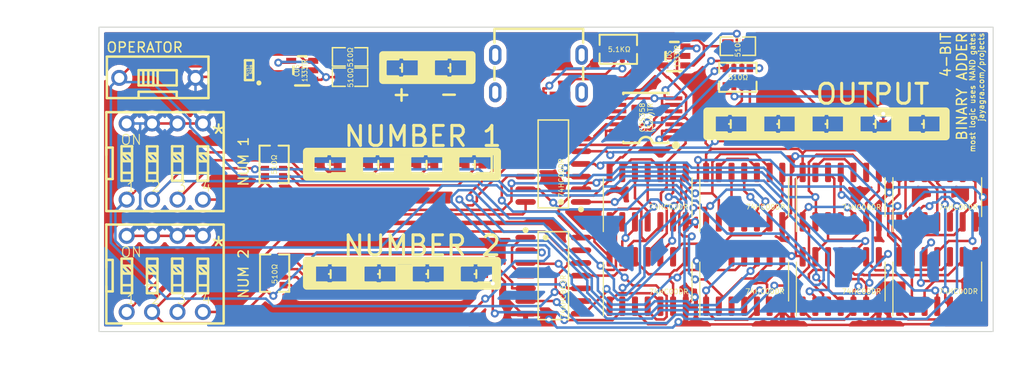
<source format=kicad_pcb>
(kicad_pcb (version 20211014) (generator pcbnew)
  (layers (0 "F.Cu" signal) (31 "B.Cu" signal) (34 "B.Paste" user) (35 "F.Paste" user) (36 "B.SilkS" user "B.Silkscreen") (37 "F.SilkS" user "F.Silkscreen") (38 "B.Mask" user) (39 "F.Mask" user) (44 "Edge.Cuts" user))
  (net 0 "")
  (net 1 "/full_adder/A")
  (net 2 "/full_adder1/A")
  (net 3 "/full_adder2/A")
  (net 4 "/full_adder3/A")
  (net 5 "+5V")
  (net 6 "GND")
  (net 7 "Net-(U10-Pad13)")
  (net 8 "XOR4B")
  (net 9 "Net-(R5-Pad1)")
  (net 10 "XOR3B")
  (net 11 "XOR2B")
  (net 12 "/full_adder/COUT")
  (net 13 "Net-(R4-Pad1)")
  (net 14 "XOR1B")
  (net 15 "Net-(LED2-Pad1)")
  (net 16 "Net-(LED3-Pad1)")
  (net 17 "Net-(LED4-Pad1)")
  (net 18 "Net-(LED5-Pad1)")
  (net 19 "Net-(LED6-Pad1)")
  (net 20 "Net-(LED7-Pad1)")
  (net 21 "Net-(LED8-Pad1)")
  (net 22 "Net-(LED9-Pad1)")
  (net 23 "Net-(LED10-Pad1)")
  (net 24 "Net-(LED11-Pad1)")
  (net 25 "Net-(LED12-Pad1)")
  (net 26 "Net-(LED13-Pad1)")
  (net 27 "/full_adder/CIN")
  (net 28 "Net-(LED14-Pad1)")
  (net 29 "Net-(LED15-Pad1)")
  (net 30 "NAND1Y")
  (net 31 "XOR1A")
  (net 32 "Net-(U10-Pad1)")
  (net 33 "/full_adder1/CIN")
  (net 34 "Net-(U7-Pad12)")
  (net 35 "NAND2Y")
  (net 36 "Net-(U4-Pad4)")
  (net 37 "Net-(U8-Pad12)")
  (net 38 "NAND3Y")
  (net 39 "/full_adder2/CIN")
  (net 40 "Net-(U9-Pad12)")
  (net 41 "NAND4Y")
  (net 42 "Net-(U10-Pad12)")
  (net 43 "Net-(RN3-Pad4)")
  (net 44 "Net-(RN3-Pad3)")
  (net 45 "Net-(U11-Pad12)")
  (net 46 "Net-(LED1-Pad1)")
  (net 47 "Net-(RN3-Pad2)")
  (net 48 "Net-(RN3-Pad1)")
  (net 51 "Net-(RN5-Pad3)")
  (net 52 "Net-(RN5-Pad2)")
  (net 55 "XOR1Y")
  (net 56 "XOR2Y")
  (net 57 "XOR3Y")
  (net 58 "XOR4Y")
  (net 60 "NAND1A")
  (net 61 "NAND1B")
  (net 62 "NAND2A")
  (net 63 "NAND2B")
  (net 64 "NAND3A")
  (net 65 "NAND3B")
  (net 66 "NAND4A")
  (net 67 "NAND4B")
  (net 68 "Net-(U7-Pad3)")
  (net 69 "Net-(U7-Pad10)")
  (net 70 "Net-(U7-Pad11)")
  (net 71 "Net-(U9-Pad10)")
  (net 72 "Net-(U11-Pad3)")
  (net 73 "Net-(U11-Pad10)")
  (net 74 "Net-(U11-Pad11)")
  (net 75 "Net-(U12-Pad12)")
  (net 76 "Net-(U13-Pad3)")
  (net 77 "Net-(U13-Pad12)")
  (net 78 "Net-(U13-Pad10)")
  (net 79 "Net-(U13-Pad11)")
  (net 80 "Net-(U14-Pad12)")
  (footprint "easyeda2kicad:LED0603-R-RD" (layer "F.Cu") (at 118.872 44.958)
    (fp_text reference "LED15" hide)
    (fp_text value "19-217_R6C-AL1M2VY_3T")
  )
  (footprint "easyeda2kicad:LED0603-R-RD" (layer "F.Cu") (at 166.216 50.5785)
    (fp_text reference "LED11" hide)
    (fp_text value "19-217_R6C-AL1M2VY_3T")
  )
  (footprint "easyeda2kicad:SOIC-14_L8.7-W3.9-P1.27-LS6.0-BL" (layer "F.Cu") (at 134.075 65.775 -90)
    (fp_text reference "U2" hide)
    (fp_text value "SN74AHC86DR")
  )
  (footprint "easyeda2kicad:RES-ARRAY-SMD_0603-8P-L3.2-W1.6-BL" (layer "F.Cu") (at 140.575 43.125)
    (fp_text reference "RN5" hide)
    (fp_text value "CN1J4TTD512J")
  )
  (footprint "easyeda2kicad:SOT-23-5_L2.9-W1.6-P0.95-LS2.8-BL" (layer "F.Cu") (at 146.175 43.775 90)
    (fp_text reference "U3" hide)
    (fp_text value "COS1333TR")
  )
  (footprint "easyeda2kicad:LED0603-R-RD" (layer "F.Cu") (at 111.732 65.6)
    (fp_text reference "LED6" hide)
    (fp_text value "19-217_R6C-AL1M2VY_3T")
  )
  (footprint "Package_SO:SOIC-14_3.9x8.7mm_P1.27mm" (layer "F.Cu") (at 172.466 57.912 90)
    (fp_text reference "U11" hide)
    (fp_text value "4011")
  )
  (footprint "easyeda2kicad:R0805" (layer "F.Cu") (at 152.525 42.8)
    (fp_text reference "R4" hide)
    (fp_text value "RC0805JR-07510RL")
  )
  (footprint "easyeda2kicad:R0805" (layer "F.Cu") (at 113.75 43.868)
    (fp_text reference "R2" hide)
    (fp_text value "RC0805JR-07510RL")
  )
  (footprint "Package_SO:SOIC-14_3.9x8.7mm_P1.27mm" (layer "F.Cu") (at 172.466 66.362 90)
    (fp_text reference "U12" hide)
    (fp_text value "4011")
  )
  (footprint "Package_SO:SOIC-14_3.9x8.7mm_P1.27mm" (layer "F.Cu") (at 162.814 66.362 90)
    (fp_text reference "U14" hide)
    (fp_text value "4011")
  )
  (footprint "easyeda2kicad:SW-TH_DSWB01LHGET" (layer "F.Cu") (at 94.488 45.974 90)
    (fp_text reference "OPERATOR")
    (fp_text value "DSWB01LHGET")
  )
  (footprint "easyeda2kicad:RES-ARRAY-SMD_0603-8P-L3.2-W1.6-BL" (layer "F.Cu") (at 106.2 65.525 -90)
    (fp_text reference "RN4" hide)
    (fp_text value "4D03WGJ0511T5E")
  )
  (footprint "easyeda2kicad:LED0603-R-RD" (layer "F.Cu") (at 126.298 65.6)
    (fp_text reference "LED12" hide)
    (fp_text value "19-217_R6C-AL1M2VY_3T")
  )
  (footprint "easyeda2kicad:RES-ARRAY-SMD_0603-8P-L3.2-W1.6-BL" (layer "F.Cu") (at 152.525 45.9 180)
    (fp_text reference "RN3" hide)
    (fp_text value "4D03WGJ0511T5E")
  )
  (footprint "easyeda2kicad:LED0603-R-RD" (layer "F.Cu") (at 126.148 54.65)
    (fp_text reference "LED4" hide)
    (fp_text value "19-217_R6C-AL1M2VY_3T")
  )
  (footprint "easyeda2kicad:LED0603-R-RD" (layer "F.Cu") (at 156.564 50.5785)
    (fp_text reference "LED7" hide)
    (fp_text value "19-217_R6C-AL1M2VY_3T")
  )
  (footprint "easyeda2kicad:SOT-23-5_L2.9-W1.6-P0.95-LS2.8-BL" (layer "F.Cu") (at 108.966 45.212 90)
    (fp_text reference "U6" hide)
    (fp_text value "COS1333TR")
  )
  (footprint "Package_SO:SOIC-14_3.9x8.7mm_P1.27mm" (layer "F.Cu") (at 162.814 57.912 90)
    (fp_text reference "U13" hide)
    (fp_text value "4011")
  )
  (footprint "easyeda2kicad:USB-SMD_U262-061N-4BVC11" (layer "F.Cu") (at 132.588 45.8105 180)
    (fp_text reference "USB1" hide)
    (fp_text value "U262-061N-4BVC11")
  )
  (footprint "easyeda2kicad:TSSOP-14_L5.0-W4.4-P0.65-LS6.4-BL" (layer "F.Cu") (at 143.325 49.975 90)
    (fp_text reference "U1" hide)
    (fp_text value "COS358(324)TR")
  )
  (footprint "easyeda2kicad:LED0603-R-RD" (layer "F.Cu") (at 161.39 50.5785)
    (fp_text reference "LED9" hide)
    (fp_text value "19-217_R6C-AL1M2VY_3T")
  )
  (footprint "easyeda2kicad:SW-TH_8P-L11.7-W9.9-P2.54" (layer "F.Cu") (at 95.225 65.6)
    (fp_text reference "NUM 2")
    (fp_text value "VDG_S-04HG-R")
  )
  (footprint "easyeda2kicad:SOIC-14_L8.7-W3.9-P1.27-LS6.0-BL" (layer "F.Cu") (at 134.075 54.5875 90)
    (fp_text reference "U5" hide)
    (fp_text value "SN74HC00DR")
  )
  (footprint "easyeda2kicad:R0805" (layer "F.Cu") (at 113.75 45.9)
    (fp_text reference "R5" hide)
    (fp_text value "RC0805JR-07510RL")
  )
  (footprint "easyeda2kicad:SW-TH_8P-L11.7-W9.9-P2.54" (layer "F.Cu") (at 95.225 54.35)
    (fp_text reference "NUM 1")
    (fp_text value "VDG_S-04HG-R")
  )
  (footprint "easyeda2kicad:SC-88A_L2.0-W1.3-P0.65-LS2.1-BR" (layer "F.Cu") (at 103.648 45.212)
    (fp_text reference "U4" hide)
    (fp_text value "NLV17SZ06DFT2G")
  )
  (footprint "Package_SO:SOIC-14_3.9x8.7mm_P1.27mm" (layer "F.Cu") (at 143.51 66.362 90)
    (fp_text reference "U8" hide)
    (fp_text value "4011")
  )
  (footprint "easyeda2kicad:LED0603-R-RD" (layer "F.Cu") (at 123.698 44.958)
    (fp_text reference "LED13" hide)
    (fp_text value "19-217_R6C-AL1M2VY_3T")
  )
  (footprint "easyeda2kicad:LED0603-R-RD" (layer "F.Cu") (at 121.322 54.65)
    (fp_text reference "LED3" hide)
    (fp_text value "19-217_R6C-AL1M2VY_3T")
  )
  (footprint "Package_SO:SOIC-14_3.9x8.7mm_P1.27mm" (layer "F.Cu") (at 153.162 66.362 90)
    (fp_text reference "U10" hide)
    (fp_text value "4011")
  )
  (footprint "easyeda2kicad:LED0603-R-RD" (layer "F.Cu") (at 121.472 65.6)
    (fp_text reference "LED10" hide)
    (fp_text value "19-217_R6C-AL1M2VY_3T")
  )
  (footprint "easyeda2kicad:LED0603-R-RD" (layer "F.Cu") (at 116.646 65.6)
    (fp_text reference "LED8" hide)
    (fp_text value "19-217_R6C-AL1M2VY_3T")
  )
  (footprint "Package_SO:SOIC-14_3.9x8.7mm_P1.27mm" (layer "F.Cu") (at 153.162 57.912 90)
    (fp_text reference "U9" hide)
    (fp_text value "4011")
  )
  (footprint "Package_SO:SOIC-14_3.9x8.7mm_P1.27mm" (layer "F.Cu") (at 143.51 57.912 90)
    (fp_text reference "U7" hide)
    (fp_text value "4011")
  )
  (footprint "easyeda2kicad:LED0603-R-RD" (layer "F.Cu") (at 151.738 50.5785)
    (fp_text reference "LED5" hide)
    (fp_text value "19-217_R6C-AL1M2VY_3T")
  )
  (footprint "easyeda2kicad:LED0603-R-RD" (layer "F.Cu") (at 171.042 50.5785)
    (fp_text reference "LED14" hide)
    (fp_text value "19-217_R6C-AL1M2VY_3T")
  )
  (footprint "easyeda2kicad:LED0603-R-RD" (layer "F.Cu") (at 111.67 54.65)
    (fp_text reference "LED1" hide)
    (fp_text value "19-217_R6C-AL1M2VY_3T")
  )
  (footprint "easyeda2kicad:LED0603-R-RD" (layer "F.Cu") (at 116.496 54.65)
    (fp_text reference "LED2" hide)
    (fp_text value "19-217_R6C-AL1M2VY_3T")
  )
  (footprint "easyeda2kicad:RES-ARRAY-SMD_0603-8P-L3.2-W1.6-BL" (layer "F.Cu") (at 106.15 54.625 -90)
    (fp_text reference "RN1" hide)
    (fp_text value "4D03WGJ0511T5E")
  )
  (gr_rect (start 109.475 64.775) (end 110.3 66.65) (layer "F.SilkS") (width 0.1) (fill solid))
  (gr_rect (start 109.417 64.2655) (end 128.467 66.8055) (layer "F.SilkS") (width 0.75) (fill none))
  (gr_rect (start 149.452 49.3085) (end 173.328 51.8485) (layer "F.SilkS") (width 0.75) (fill none))
  (gr_rect (start 168.025 49.6375) (end 169.575 51.5125) (layer "F.SilkS") (width 0.1) (fill solid))
  (gr_line (start 172.95 51.4625) (end 172.95 49.6625) (layer "F.SilkS") (width 0.1))
  (gr_rect (start 153.575 49.6375) (end 155.125 51.5125) (layer "F.SilkS") (width 0.1) (fill solid))
  (gr_rect (start 109.325 53.825) (end 110.15 55.7) (layer "F.SilkS") (width 0.1) (fill solid))
  (gr_rect (start 118.275 53.7375) (end 119.825 55.6125) (layer "F.SilkS") (width 0.1) (fill solid))
  (gr_rect (start 109.475 64.4085) (end 110.3 66.2835) (layer "F.SilkS") (width 0.1) (fill solid))
  (gr_rect (start 113.6 64.6625) (end 115.15 66.5375) (layer "F.SilkS") (width 0.1) (fill solid))
  (gr_rect (start 117.036 43.6715) (end 125.926 46.2115) (layer "F.SilkS") (width 0.75) (fill none))
  (gr_rect (start 109.417 53.3435) (end 128.467 55.8835) (layer "F.SilkS") (width 0.75) (fill none))
  (gr_rect (start 163.2 49.6125) (end 164.75 51.4875) (layer "F.SilkS") (width 0.1) (fill solid))
  (gr_line (start 150.1 51.5875) (end 149.725 51.2125) (layer "F.SilkS") (width 0.5))
  (gr_rect (start 120.642 44.0255) (end 122.192 45.9005) (layer "F.SilkS") (width 0.1) (fill solid))
  (gr_rect (start 109.325 53.4585) (end 110.15 55.3335) (layer "F.SilkS") (width 0.1) (fill solid))
  (gr_line (start 150.1125 49.6) (end 149.7375 49.975) (layer "F.SilkS") (width 0.5))
  (gr_rect (start 113.45 53.7125) (end 115 55.5875) (layer "F.SilkS") (width 0.1) (fill solid))
  (gr_rect (start 123.225 64.6375) (end 124.775 66.5125) (layer "F.SilkS") (width 0.1) (fill solid))
  (gr_rect (start 149.45 49.75) (end 150.275 51.625) (layer "F.SilkS") (width 0.1) (fill solid))
  (gr_rect (start 123.075 53.6875) (end 124.625 55.5625) (layer "F.SilkS") (width 0.1) (fill solid))
  (gr_rect (start 158.4 49.6625) (end 159.95 51.5375) (layer "F.SilkS") (width 0.1) (fill solid))
  (gr_rect (start 118.425 64.6875) (end 119.975 66.5625) (layer "F.SilkS") (width 0.1) (fill solid))
  (gr_rect (start 88.646 40.894) (end 178.054 71.374) (layer "Edge.Cuts") (width 0.1) (fill none))
  (gr_text "510Ω" (at 113.8 44.9 90) (layer "F.SilkS") (effects (font (size 0.5 0.5) (thickness 0.075)) (justify right)))
  (gr_text "510Ω" (at 153.6 45.925) (layer "F.SilkS") (effects (font (size 0.5 0.5) (thickness 0.075)) (justify right)))
  (gr_text "74HC00DR" (at 176.575 67.35) (layer "F.SilkS") (effects (font (size 0.5 0.5) (thickness 0.075)) (justify right)))
  (gr_text "74HC00DR" (at 157.25 67.35) (layer "F.SilkS") (effects (font (size 0.5 0.5) (thickness 0.075)) (justify right)))
  (gr_text "510Ω" (at 106.175 53.6 90) (layer "F.SilkS") (effects (font (size 0.5 0.5) (thickness 0.075)) (justify right)))
  (gr_text "OUTPUT" (at 166 47.6) (layer "F.SilkS") (effects (font (size 2 2) (thickness 0.3))))
  (gr_text "COS\n1333TR" (at 108.825 45.25 90) (layer "F.SilkS") (effects (font (size 0.5 0.4) (thickness 0.075))))
  (gr_text "74HC00DR" (at 166.9 67.35) (layer "F.SilkS") (effects (font (size 0.5 0.5) (thickness 0.075)) (justify right)))
  (gr_text "COS358\n(324)TR" (at 143.375 48.425 90) (layer "F.SilkS") (effects (font (size 0.5 0.5) (thickness 0.075)) (justify right)))
  (gr_text "5.1KΩ" (at 141.85 43.125) (layer "F.SilkS") (effects (font (size 0.5 0.5) (thickness 0.075)) (justify right)))
  (gr_text "NUMBER 2" (at 120.95 62.775) (layer "F.SilkS") (effects (font (size 2 2) (thickness 0.3))))
  (gr_text "NLV17\nSZ06" (at 103.675 44.625 90) (layer "F.SilkS") (effects (font (size 0.2 0.25) (thickness 0.05)) (justify right)))
  (gr_text "510Ω" (at 152.525 41.85 90) (layer "F.SilkS") (effects (font (size 0.5 0.5) (thickness 0.075)) (justify right)))
  (gr_text "74AHC86DR" (at 135.075 65.65 90) (layer "F.SilkS") (effects (font (size 0.5 0.5) (thickness 0.075)) (justify right)))
  (gr_text "74HC00DR" (at 157.3 58.9) (layer "F.SilkS") (effects (font (size 0.5 0.5) (thickness 0.075)) (justify right)))
  (gr_text "+" (at 118.9 47.575) (layer "F.SilkS") (effects (font (size 1.5 1.5) (thickness 0.25))))
  (gr_text "-" (at 123.65 47.55) (layer "F.SilkS") (effects (font (size 1.5 1.5) (thickness 0.25))))
  (gr_text "74HC00DR" (at 147.625 67.375) (layer "F.SilkS") (effects (font (size 0.5 0.5) (thickness 0.075)) (justify right)))
  (gr_text "74HC00DR" (at 147.6 58.9) (layer "F.SilkS") (effects (font (size 0.5 0.5) (thickness 0.075)) (justify right)))
  (gr_text "most logic uses NAND gates\njayagra.com/projects" (at 176.425 41.4 90) (layer "F.SilkS") (effects (font (size 0.55 0.55) (thickness 0.1)) (justify right)))
  (gr_text "510Ω" (at 113.783 42.856 90) (layer "F.SilkS") (effects (font (size 0.5 0.5) (thickness 0.075)) (justify right)))
  (gr_text "74HC00DR" (at 134.875 53.975 90) (layer "F.SilkS") (effects (font (size 0.5 0.5) (thickness 0.075)) (justify right)))
  (gr_text "COS\n1333TR" (at 146.05 43.825 90) (layer "F.SilkS") (effects (font (size 0.5 0.4) (thickness 0.075))))
  (gr_text "74HC00DR" (at 166.9 58.925) (layer "F.SilkS") (effects (font (size 0.5 0.5) (thickness 0.075)) (justify right)))
  (gr_text "NUMBER 1" (at 121.025 51.825) (layer "F.SilkS") (effects (font (size 2 2) (thickness 0.3))))
  (gr_text "74HC00DR" (at 176.575 58.925) (layer "F.SilkS") (effects (font (size 0.5 0.5) (thickness 0.075)) (justify right)))
  (gr_text "510Ω" (at 106.225 64.55 90) (layer "F.SilkS") (effects (font (size 0.5 0.5) (thickness 0.075)) (justify right)))
  (gr_text "4-BIT\nBINARY ADDER" (at 174.125 41.375 90) (layer "F.SilkS") (effects (font (size 1 1)) (justify right)))
  (segment (start 146.05 57.4581) (end 145.6196 57.8885) (width 0.25) (layer "F.Cu") (net 1))
  (segment (start 140.1009 65.2046) (end 140.3349 64.9706) (width 0.25) (layer "F.Cu") (net 1))
  (segment (start 140.3349 61.0221) (end 140.97 60.387) (width 0.25) (layer "F.Cu") (net 1))
  (segment (start 140.3349 64.9706) (end 140.3349 61.0221) (width 0.25) (layer "F.Cu") (net 1))
  (segment (start 146.05 55.437) (end 146.05 57.4581) (width 0.25) (layer "F.Cu") (net 1))
  (segment (start 105.25 53.425) (end 96.15 53.425) (width 0.25) (layer "F.Cu") (net 1))
  (segment (start 138.7892 64.7809) (end 139.2129 65.2046) (width 0.25) (layer "F.Cu") (net 1))
  (segment (start 139.2129 65.2046) (end 140.1009 65.2046) (width 0.25) (layer "F.Cu") (net 1))
  (segment (start 96.15 53.425) (end 91.415 58.16) (width 0.25) (layer "F.Cu") (net 1))
  (via (at 145.6196 57.8885) (size 0.8) (drill 0.4) (layers "F.Cu" "B.Cu") (net 1))
  (via (at 138.7892 64.7809) (size 0.8) (drill 0.4) (layers "F.Cu" "B.Cu") (net 1))
  (segment (start 146.9141 59.0852) (end 146.9141 58.5098) (width 0.25) (layer "B.Cu") (net 1))
  (segment (start 146.9141 58.5098) (end 146.2928 57.8885) (width 0.25) (layer "B.Cu") (net 1))
  (segment (start 126.3915 56.7654) (end 122.9592 56.7654) (width 0.25) (layer "B.Cu") (net 1))
  (segment (start 138.7892 64.7809) (end 134.0465 60.0382) (width 0.25) (layer "B.Cu") (net 1))
  (segment (start 143.189 62.8103) (end 146.9141 59.0852) (width 0.25) (layer "B.Cu") (net 1))
  (segment (start 90.9443 62.9551) (end 90.2863 62.2971) (width 0.25) (layer "B.Cu") (net 1))
  (segment (start 141.3512 67.7086) (end 143.189 65.8708) (width 0.25) (layer "B.Cu") (net 1))
  (segment (start 116.7695 62.9551) (end 90.9443 62.9551) (width 0.25) (layer "B.Cu") (net 1))
  (segment (start 146.2928 57.8885) (end 145.6196 57.8885) (width 0.25) (layer "B.Cu") (net 1))
  (segment (start 140.6478 67.7086) (end 141.3512 67.7086) (width 0.25) (layer "B.Cu") (net 1))
  (segment (start 90.2863 62.2971) (end 90.2863 59.2887) (width 0.25) (layer "B.Cu") (net 1))
  (segment (start 138.7892 64.7809) (end 140.1326 66.1243) (width 0.25) (layer "B.Cu") (net 1))
  (segment (start 90.2863 59.2887) (end 91.415 58.16) (width 0.25) (layer "B.Cu") (net 1))
  (segment (start 140.1326 66.1243) (end 140.1326 67.1934) (width 0.25) (layer "B.Cu") (net 1))
  (segment (start 140.1326 67.1934) (end 140.6478 67.7086) (width 0.25) (layer "B.Cu") (net 1))
  (segment (start 134.0465 60.0382) (end 129.6643 60.0382) (width 0.25) (layer "B.Cu") (net 1))
  (segment (start 129.6643 60.0382) (end 126.3915 56.7654) (width 0.25) (layer "B.Cu") (net 1))
  (segment (start 143.189 65.8708) (end 143.189 62.8103) (width 0.25) (layer "B.Cu") (net 1))
  (segment (start 122.9592 56.7654) (end 116.7695 62.9551) (width 0.25) (layer "B.Cu") (net 1))
  (segment (start 154.3159 53.6005) (end 150.7877 53.6005) (width 0.25) (layer "F.Cu") (net 2))
  (segment (start 155.702 55.437) (end 155.702 54.9866) (width 0.25) (layer "F.Cu") (net 2))
  (segment (start 155.702 54.9866) (end 154.3159 53.6005) (width 0.25) (layer "F.Cu") (net 2))
  (segment (start 93.955 58.16) (end 97.89 54.225) (width 0.25) (layer "F.Cu") (net 2))
  (segment (start 150.622 60.387) (end 150.622 58.1787) (width 0.25) (layer "F.Cu") (net 2))
  (segment (start 149.978 54.4102) (end 149.978 57.5347) (width 0.25) (layer "F.Cu") (net 2))
  (segment (start 97.89 54.225) (end 105.25 54.225) (width 0.25) (layer "F.Cu") (net 2))
  (segment (start 150.7877 53.6005) (end 149.978 54.4102) (width 0.25) (layer "F.Cu") (net 2))
  (segment (start 150.622 58.1787) (end 149.978 57.5347) (width 0.25) (layer "F.Cu") (net 2))
  (segment (start 149.978 57.5347) (end 148.2772 57.5347) (width 0.25) (layer "F.Cu") (net 2))
  (via (at 148.2772 57.5347) (size 0.8) (drill 0.4) (layers "F.Cu" "B.Cu") (net 2))
  (segment (start 148.2772 57.5347) (end 147.9306 57.5347) (width 0.25) (layer "B.Cu") (net 2))
  (segment (start 139.5235 57.29) (end 139.0732 57.7403) (width 0.25) (layer "B.Cu") (net 2))
  (segment (start 129.4412 57.7403) (end 128.4236 56.7227) (width 0.25) (layer "B.Cu") (net 2))
  (segment (start 128.4236 56.7227) (end 126.9857 56.7227) (width 0.25) (layer "B.Cu") (net 2))
  (segment (start 126.9857 56.7227) (end 126.5781 56.3151) (width 0.25) (layer "B.Cu") (net 2))
  (segment (start 146.6585 56.2626) (end 141.7892 56.2626) (width 0.25) (layer "B.Cu") (net 2))
  (segment (start 147.9306 57.5347) (end 146.6585 56.2626) (width 0.25) (layer "B.Cu") (net 2))
  (segment (start 140.7618 57.29) (end 139.5235 57.29) (width 0.25) (layer "B.Cu") (net 2))
  (segment (start 141.7892 56.2626) (end 140.7618 57.29) (width 0.25) (layer "B.Cu") (net 2))
  (segment (start 139.0732 57.7403) (end 129.4412 57.7403) (width 0.25) (layer "B.Cu") (net 2))
  (segment (start 126.5781 56.3151) (end 95.7999 56.3151) (width 0.25) (layer "B.Cu") (net 2))
  (segment (start 95.7999 56.3151) (end 93.955 58.16) (width 0.25) (layer "B.Cu") (net 2))
  (segment (start 175.006 54.9932) (end 173.5747 53.5619) (width 0.25) (layer "F.Cu") (net 3))
  (segment (start 104.4237 55.126) (end 104.5247 55.025) (width 0.25) (layer "F.Cu") (net 3))
  (segment (start 99.63 55.025) (end 104.5247 55.025) (width 0.25) (layer "F.Cu") (net 3))
  (segment (start 104.2394 55.126) (end 104.4237 55.126) (width 0.25) (layer "F.Cu") (net 3))
  (segment (start 96.495 58.16) (end 99.63 55.025) (width 0.25) (layer "F.Cu") (net 3))
  (segment (start 170.0561 53.5619) (end 169.291 54.327) (width 0.25) (layer "F.Cu") (net 3))
  (segment (start 173.5747 53.5619) (end 170.0561 53.5619) (width 0.25) (layer "F.Cu") (net 3))
  (segment (start 105.25 55.025) (end 104.5247 55.025) (width 0.25) (layer "F.Cu") (net 3))
  (segment (start 175.006 55.437) (end 175.006 54.9932) (width 0.25) (layer "F.Cu") (net 3))
  (segment (start 169.926 60.387) (end 169.291 59.752) (width 0.25) (layer "F.Cu") (net 3))
  (segment (start 169.291 54.327) (end 167.2696 52.3056) (width 0.25) (layer "F.Cu") (net 3))
  (segment (start 169.291 59.752) (end 169.291 54.327) (width 0.25) (layer "F.Cu") (net 3))
  (segment (start 167.2696 52.3056) (end 150.2423 52.3056) (width 0.25) (layer "F.Cu") (net 3))
  (via (at 150.2423 52.3056) (size 0.8) (drill 0.4) (layers "F.Cu" "B.Cu") (net 3))
  (via (at 104.2394 55.126) (size 0.8) (drill 0.4) (layers "F.Cu" "B.Cu") (net 3))
  (segment (start 126.6628 55.126) (end 104.2394 55.126) (width 0.25) (layer "B.Cu") (net 3))
  (segment (start 150.2423 52.3056) (end 149.5862 52.9617) (width 0.25) (layer "B.Cu") (net 3))
  (segment (start 127.268 55.7312) (end 126.6628 55.126) (width 0.25) (layer "B.Cu") (net 3))
  (segment (start 136.6822 55.7312) (end 127.268 55.7312) (width 0.25) (layer "B.Cu") (net 3))
  (segment (start 139.4517 52.9617) (end 136.6822 55.7312) (width 0.25) (layer "B.Cu") (net 3))
  (segment (start 149.5862 52.9617) (end 139.4517 52.9617) (width 0.25) (layer "B.Cu") (net 3))
  (segment (start 103.4527 58.16) (end 105.25 56.3627) (width 0.25) (layer "F.Cu") (net 4))
  (segment (start 99.035 58.16) (end 103.4527 58.16) (width 0.25) (layer "F.Cu") (net 4))
  (segment (start 129.0145 59.1866) (end 129.8924 58.3087) (width 0.25) (layer "F.Cu") (net 4))
  (segment (start 105.25 55.825) (end 105.25 56.3627) (width 0.25) (layer "F.Cu") (net 4))
  (segment (start 165.354 55.0126) (end 165.354 55.437) (width 0.25) (layer "F.Cu") (net 4))
  (segment (start 160.3312 57.9692) (end 160.274 57.912) (width 0.25) (layer "F.Cu") (net 4))
  (segment (start 129.8924 58.3087) (end 129.8924 56.5286) (width 0.25) (layer "F.Cu") (net 4))
  (segment (start 160.274 60.387) (end 160.3312 60.3298) (width 0.25) (layer "F.Cu") (net 4))
  (segment (start 164.0049 53.6635) (end 165.354 55.0126) (width 0.25) (layer "F.Cu") (net 4))
  (segment (start 159.6299 54.4328) (end 160.3992 53.6635) (width 0.25) (layer "F.Cu") (net 4))
  (segment (start 160.274 57.912) (end 159.6299 57.2679) (width 0.25) (layer "F.Cu") (net 4))
  (segment (start 108.0739 59.1866) (end 129.0145 59.1866) (width 0.25) (layer "F.Cu") (net 4))
  (segment (start 159.6299 57.2679) (end 159.6299 54.4328) (width 0.25) (layer "F.Cu") (net 4))
  (segment (start 160.3992 53.6635) (end 164.0049 53.6635) (width 0.25) (layer "F.Cu") (net 4))
  (segment (start 105.25 56.3627) (end 108.0739 59.1866) (width 0.25) (layer "F.Cu") (net 4))
  (segment (start 160.3312 60.3298) (end 160.3312 57.9692) (width 0.25) (layer "F.Cu") (net 4))
  (via (at 160.274 57.912) (size 0.8) (drill 0.4) (layers "F.Cu" "B.Cu") (net 4))
  (via (at 129.8924 56.5286) (size 0.8) (drill 0.4) (layers "F.Cu" "B.Cu") (net 4))
  (segment (start 157.4212 57.912) (end 160.274 57.912) (width 0.25) (layer "B.Cu") (net 4))
  (segment (start 138.0807 55.6913) (end 139.9481 55.6913) (width 0.25) (layer "B.Cu") (net 4))
  (segment (start 147.7239 55.4173) (end 154.9265 55.4173) (width 0.25) (layer "B.Cu") (net 4))
  (segment (start 137.2434 56.5286) (end 138.0807 55.6913) (width 0.25) (layer "B.Cu") (net 4))
  (segment (start 139.9481 55.6913) (end 140.7277 54.9117) (width 0.25) (layer "B.Cu") (net 4))
  (segment (start 154.9265 55.4173) (end 157.4212 57.912) (width 0.25) (layer "B.Cu") (net 4))
  (segment (start 140.7277 54.9117) (end 147.2183 54.9117) (width 0.25) (layer "B.Cu") (net 4))
  (segment (start 129.8924 56.5286) (end 137.2434 56.5286) (width 0.25) (layer "B.Cu") (net 4))
  (segment (start 147.2183 54.9117) (end 147.7239 55.4173) (width 0.25) (layer "B.Cu") (net 4))
  (segment (start 146.125 49.975) (end 144.9497 49.975) (width 0.25) (layer "F.Cu") (net 5))
  (segment (start 149.352 53.6208) (end 149.352 55.437) (width 0.25) (layer "F.Cu") (net 5))
  (segment (start 146.7127 49.975) (end 146.9851 49.975) (width 0.25) (layer "F.Cu") (net 5))
  (segment (start 96.495 50.54) (end 99.035 50.54) (width 0.25) (layer "F.Cu") (net 5))
  (segment (start 168.656 63.887) (end 168.656 62.8389) (width 0.25) (layer "F.Cu") (net 5))
  (segment (start 159.004 53.5278) (end 158.566 53.0898) (width 0.25) (layer "F.Cu") (net 5))
  (segment (start 143.9176 51.6161) (end 144.9497 50.584) (width 0.25) (layer "F.Cu") (net 5))
  (segment (start 131.305 59.3434) (end 134.6331 59.3434) (width 0.25) (layer "F.Cu") (net 5))
  (segment (start 146.9851 49.975) (end 147.3003 49.975) (width 0.25) (layer "F.Cu") (net 5))
  (segment (start 158.3285 63.811) (end 157.9028 63.811) (width 0.25) (layer "F.Cu") (net 5))
  (segment (start 168.656 57.6094) (end 168.656 55.437) (width 0.25) (layer "F.Cu") (net 5))
  (segment (start 149.883 53.0898) (end 149.352 53.6208) (width 0.25) (layer "F.Cu") (net 5))
  (segment (start 131.0115 59.6369) (end 131.305 59.3434) (width 0.25) (layer "F.Cu") (net 5))
  (segment (start 138.1367 57.7625) (end 139.7 56.1992) (width 0.25) (layer "F.Cu") (net 5))
  (segment (start 139.7 56.1992) (end 139.7 55.437) (width 0.25) (layer "F.Cu") (net 5))
  (segment (start 102.678 45.872) (end 102.678 46.3973) (width 0.25) (layer "F.Cu") (net 5))
  (segment (start 99.035 61.79) (end 101.1881 59.6369) (width 0.25) (layer "F.Cu") (net 5))
  (segment (start 168.656 55.437) (end 166.4322 53.2132) (width 0.25) (layer "F.Cu") (net 5))
  (segment (start 101.1881 59.6369) (end 131.0115 59.6369) (width 0.25) (layer "F.Cu") (net 5))
  (segment (start 144.9497 50.584) (end 144.9497 49.975) (width 0.25) (layer "F.Cu") (net 5))
  (segment (start 139.7 55.004) (end 140.7769 53.9271) (width 0.25) (layer "F.Cu") (net 5))
  (segment (start 136.845 61.965) (end 134.6331 59.7531) (width 0.25) (layer "F.Cu") (net 5))
  (segment (start 93.955 50.54) (end 96.495 50.54) (width 0.25) (layer "F.Cu") (net 5))
  (segment (start 140.7769 53.9271) (end 140.9976 53.9271) (width 0.25) (layer "F.Cu") (net 5))
  (segment (start 98.4 45.872) (end 98.298 45.974) (width 0.25) (layer "F.Cu") (net 5))
  (segment (start 143.3086 51.6161) (end 143.9176 51.6161) (width 0.25) (layer "F.Cu") (net 5))
  (segment (start 159.004 55.437) (end 158.3285 56.1125) (width 0.25) (layer "F.Cu") (net 5))
  (segment (start 136.845 61.965) (end 138.1903 61.965) (width 0.25) (layer "F.Cu") (net 5))
  (segment (start 107.0407 46.162) (end 106.8054 46.3973) (width 0.25) (layer "F.Cu") (net 5))
  (segment (start 146.4189 49.975) (end 146.125 49.975) (width 0.25) (layer "F.Cu") (net 5))
  (segment (start 145.075 44.725) (end 144.2497 44.725) (width 0.25) (layer "F.Cu") (net 5))
  (segment (start 158.928 63.811) (end 158.3285 63.811) (width 0.25) (layer "F.Cu") (net 5))
  (segment (start 147.3003 49.975) (end 149.3027 51.9774) (width 0.25) (layer "F.Cu") (net 5))
  (segment (start 147.3498 47.7193) (end 145.5427 45.9122) (width 0.25) (layer "F.Cu") (net 5))
  (segment (start 138.1903 61.965) (end 138.1903 62.3773) (width 0.25) (layer "F.Cu") (net 5))
  (segment (start 148.4111 64.3022) (end 148.9368 64.3022) (width 0.25) (layer "F.Cu") (net 5))
  (segment (start 159.004 55.437) (end 159.004 53.5278) (width 0.25) (layer "F.Cu") (net 5))
  (segment (start 102.678 45.872) (end 98.4 45.872) (width 0.25) (layer "F.Cu") (net 5))
  (segment (start 166.4322 53.2132) (end 159.3186 53.2132) (width 0.25) (layer "F.Cu") (net 5))
  (segment (start 138.1903 62.3773) (end 139.7 63.887) (width 0.25) (layer "F.Cu") (net 5))
  (segment (start 134.108 48.6444) (end 134.108 48.8758) (width 0.25) (layer "F.Cu") (net 5))
  (segment (start 134.6331 58.9336) (end 135.8042 57.7625) (width 0.25) (layer "F.Cu") (net 5))
  (segment (start 131.068 47.9505) (end 131.068 48.8758) (width 0.25) (layer "F.Cu") (net 5))
  (segment (start 96.495 61.79) (end 99.035 61.79) (width 0.25) (layer "F.Cu") (net 5))
  (segment (start 93.955 61.79) (end 96.495 61.79) (width 0.25) (layer "F.Cu") (net 5))
  (segment (start 158.566 53.0898) (end 149.883 53.0898) (width 0.25) (layer "F.Cu") (net 5))
  (segment (start 149.3027 52.5095) (end 149.883 53.0898) (width 0.25) (layer "F.Cu") (net 5))
  (segment (start 106.8054 46.3973) (end 102.678 46.3973) (width 0.25) (layer "F.Cu") (net 5))
  (segment (start 139.7 55.437) (end 139.7 55.004) (width 0.25) (layer "F.Cu") (net 5))
  (segment (start 91.415 61.79) (end 93.955 61.79) (width 0.25) (layer "F.Cu") (net 5))
  (segment (start 146.4189 49.975) (end 146.7127 49.975) (width 0.25) (layer "F.Cu") (net 5))
  (segment (start 133.8766 48.8758) (end 131.068 48.8758) (width 0.25) (layer "F.Cu") (net 5))
  (segment (start 142.5378 46.4369) (end 144.2497 44.725) (width 0.25) (layer "F.Cu") (net 5))
  (segment (start 135.8042 57.7625) (end 138.1367 57.7625) (width 0.25) (layer "F.Cu") (net 5))
  (segment (start 168.656 62.8389) (end 167.5592 61.7421) (width 0.25) (layer "F.Cu") (net 5))
  (segment (start 134.108 48.8758) (end 137.5466 48.8758) (width 0.25) (layer "F.Cu") (net 5))
  (segment (start 107.866 46.162) (end 107.0407 46.162) (width 0.25) (layer "F.Cu") (net 5))
  (segment (start 167.5592 58.7062) (end 168.656 57.6094) (width 0.25) (layer "F.Cu") (net 5))
  (segment (start 134.108 48.4131) (end 134.108 48.6444) (width 0.25) (layer "F.Cu") (net 5))
  (segment (start 148.9368 64.3022) (end 149.352 63.887) (width 0.25) (layer "F.Cu") (net 5))
  (segment (start 139.9855 46.4369) (end 142.5378 46.4369) (width 0.25) (layer "F.Cu") (net 5))
  (segment (start 159.004 63.887) (end 158.928 63.811) (width 0.25) (layer "F.Cu") (net 5))
  (segment (start 158.3285 56.1125) (end 158.3285 63.811) (width 0.25) (layer "F.Cu") (net 5))
  (segment (start 131.305 59.3434) (end 131.305 58.3975) (width 0.25) (layer "F.Cu") (net 5))
  (segment (start 134.108 48.4131) (end 134.108 47.9505) (width 0.25) (layer "F.Cu") (net 5))
  (segment (start 146.9851 49.975) (end 147.3498 49.6103) (width 0.25) (layer "F.Cu") (net 5))
  (segment (start 134.6331 59.3434) (end 134.6331 58.9336) (width 0.25) (layer "F.Cu") (net 5))
  (segment (start 159.3186 53.2132) (end 159.004 53.5278) (width 0.25) (layer "F.Cu") (net 5))
  (segment (start 145.5427 45.9122) (end 145.4369 45.9122) (width 0.25) (layer "F.Cu") (net 5))
  (segment (start 134.108 48.6444) (end 133.8766 48.8758) (width 0.25) (layer "F.Cu") (net 5))
  (segment (start 147.3498 49.6103) (end 147.3498 47.7193) (width 0.25) (layer "F.Cu") (net 5))
  (segment (start 137.5466 48.8758) (end 139.9855 46.4369) (width 0.25) (layer "F.Cu") (net 5))
  (segment (start 145.4369 45.9122) (end 144.2497 44.725) (width 0.25) (layer "F.Cu") (net 5))
  (segment (start 149.3027 51.9774) (end 149.3027 52.5095) (width 0.25) (layer "F.Cu") (net 5))
  (segment (start 134.6331 59.7531) (end 134.6331 59.3434) (width 0.25) (layer "F.Cu") (net 5))
  (segment (start 167.5592 61.7421) (end 167.5592 58.7062) (width 0.25) (layer "F.Cu") (net 5))
  (segment (start 140.9976 53.9271) (end 143.3086 51.6161) (width 0.25) (layer "F.Cu") (net 5))
  (via (at 148.4111 64.3022) (size 0.8) (drill 0.4) (layers "F.Cu" "B.Cu") (net 5))
  (via (at 157.9028 63.811) (size 0.8) (drill 0.4) (layers "F.Cu" "B.Cu") (net 5))
  (segment (start 92.7644 50.54) (end 93.955 50.54) (width 0.25) (layer "B.Cu") (net 5))
  (segment (start 157.9028 63.811) (end 148.9023 63.811) (width 0.25) (layer "B.Cu") (net 5))
  (segment (start 148.9023 63.811) (end 148.4111 64.3022) (width 0.25) (layer "B.Cu") (net 5))
  (segment (start 93.955 61.79) (end 92.7644 60.5994) (width 0.25) (layer "B.Cu") (net 5))
  (segment (start 91.415 50.54) (end 92.7644 50.54) (width 0.25) (layer "B.Cu") (net 5))
  (segment (start 98.298 49.803) (end 98.298 45.974) (width 0.25) (layer "B.Cu") (net 5))
  (segment (start 92.7644 60.5994) (end 92.7644 50.54) (width 0.25) (layer "B.Cu") (net 5))
  (segment (start 99.035 50.54) (end 98.298 49.803) (width 0.25) (layer "B.Cu") (net 5))
  (segment (start 125.298 54.65) (end 124.5727 54.65) (width 0.25) (layer "F.Cu") (net 6))
  (segment (start 168.4214 70.6344) (end 174.8744 70.6344) (width 0.25) (layer "F.Cu") (net 6))
  (segment (start 155.989 51.7541) (end 156.4393 51.3038) (width 0.25) (layer "F.Cu") (net 6))
  (segment (start 128.0082 49.7803) (end 129.488 48.3005) (width 0.25) (layer "F.Cu") (net 6))
  (segment (start 155.5765 70.6535) (end 156.972 69.258) (width 0.25) (layer "F.Cu") (net 6))
  (segment (start 142.0003 42.9503) (end 140.975 42.9503) (width 0.25) (layer "F.Cu") (net 6))
  (segment (start 115.646 54.65) (end 115.2834 54.65) (width 0.25) (layer "F.Cu") (net 6))
  (segment (start 166.624 58.4785) (end 167.6571 57.4454) (width 0.25) (layer "F.Cu") (net 6))
  (segment (start 122.1227 44.958) (end 121.3974 44.2327) (width 0.25) (layer "F.Cu") (net 6))
  (segment (start 169.3199 50.7253) (end 169.3199 51.0146) (width 0.25) (layer "F.Cu") (net 6))
  (segment (start 129.2349 66.3901) (end 129.2349 67.8676) (width 0.25) (layer "F.Cu") (net 6))
  (segment (start 124.7227 64.8411) (end 127.6859 64.8411) (width 0.25) (layer "F.Cu") (net 6))
  (segment (start 161.2653 50.5785) (end 161.2653 51.3038) (width 0.25) (layer "F.Cu") (net 6))
  (segment (start 114.3454 64.8747) (end 115.0707 65.6) (width 0.25) (layer "F.Cu") (net 6))
  (segment (start 122.848 44.958) (end 122.848 45.5707) (width 0.25) (layer "F.Cu") (net 6))
  (segment (start 137.6475 49.975) (end 140.525 49.975) (width 0.25) (layer "F.Cu") (net 6))
  (segment (start 114.1954 55.3753) (end 111.5453 55.3753) (width 0.25) (layer "F.Cu") (net 6))
  (segment (start 116.2849 64.3858) (end 124.2674 64.3858) (width 0.25) (layer "F.Cu") (net 6))
  (segment (start 111.5453 55.3753) (end 110.82 54.65) (width 0.25) (layer "F.Cu") (net 6))
  (segment (start 156.972 69.258) (end 156.972 68.837) (width 0.25) (layer "F.Cu") (net 6))
  (segment (start 146.4497 44.0066) (end 146.4497 43.775) (width 0.25) (layer "F.Cu") (net 6))
  (segment (start 127.6703 50.1018) (end 123.8474 53.9247) (width 0.25) (layer "F.Cu") (net 6))
  (segment (start 125.448 65.6) (end 124.7227 65.6) (width 0.25) (layer "F.Cu") (net 6))
  (segment (start 127.6703 49.7803) (end 127.6703 50.1018) (width 0.25) (layer "F.Cu") (net 6))
  (segment (start 136.21 51.4125) (end 136.845 50.7775) (width 0.25) (layer "F.Cu") (net 6))
  (segment (start 139.2634 42.9503) (end 137.8584 44.3553) (width 0.25) (layer "F.Cu") (net 6))
  (segment (start 111.6073 65.6) (end 111.6073 65.3146) (width 0.25) (layer "F.Cu") (net 6))
  (segment (start 150.1627 50.5785) (end 150.1627 51.1201) (width 0.25) (layer "F.Cu") (net 6))
  (segment (start 141.1142 45.9492) (end 143.0567 44.0067) (width 0.25) (layer "F.Cu") (net 6))
  (segment (start 106.1 45.325) (end 109 45.325) (width 0.25) (layer "F.Cu") (net 6))
  (segment (start 129.488 48.3005) (end 129.838 47.9505) (width 0.25) (layer "F.Cu") (net 6))
  (segment (start 147.32 60.387) (end 148.2458 60.387) (width 0.25) (layer "F.Cu") (net 6))
  (segment (start 121.5733 46.958) (end 109.5882 46.958) (width 0.25) (layer "F.Cu") (net 6))
  (segment (start 157.8367 54.2439) (end 158.2654 53.8152) (width 0.25) (layer "F.Cu") (net 6))
  (segment (start 176.276 60.387) (end 176.9671 61.0781) (width 0.25) (layer "F.Cu") (net 6))
  (segment (start 123.8474 53.9247) (end 124.5727 54.65) (width 0.25) (layer "F.Cu") (net 6))
  (segment (start 169.0307 51.3038) (end 166.0913 51.3038) (width 0.25) (layer "F.Cu") (net 6))
  (segment (start 140.175 42.5876) (end 140.175 42.9503) (width 0.25) (layer "F.Cu") (net 6))
  (segment (start 122.848 45.5707) (end 122.848 45.6833) (width 0.25) (layer "F.Cu") (net 6))
  (segment (start 147.32 68.837) (end 147.32 70.4083) (width 0.25) (layer "F.Cu") (net 6))
  (segment (start 122.848 44.958) (end 122.1227 44.958) (width 0.25) (layer "F.Cu") (net 6))
  (segment (start 109.5882 46.958) (end 109.2406 46.6104) (width 0.25) (layer "F.Cu") (net 6))
  (segment (start 170.124 51.8187) (end 169.3199 51.0146) (width 0.25) (layer "F.Cu") (net 6))
  (segment (start 127.6703 49.7803) (end 128.0082 49.7803) (width 0.25) (layer "F.Cu") (net 6))
  (segment (start 174.8744 70.6344) (end 176.276 69.2328) (width 0.25) (layer "F.Cu") (net 6))
  (segment (start 139.4671 46.0951) (end 139.613 45.9492) (width 0.25) (layer "F.Cu") (net 6))
  (segment (start 170.192 50.5785) (end 169.4667 50.5785) (width 0.25) (layer "F.Cu") (net 6))
  (segment (start 166.0913 51.3038) (end 166.0913 50.5785) (width 0.25) (layer "F.Cu") (net 6))
  (segment (start 176.9671 57.912) (end 176.9671 54.4343) (width 0.25) (layer "F.Cu") (net 6))
  (segment (start 118.022 44.958) (end 118.7473 44.958) (width 0.25) (layer "F.Cu") (net 6))
  (segment (start 166.8313 69.0443) (end 168.4214 70.6344) (width 0.25) (layer "F.Cu") (net 6))
  (segment (start 156.4393 51.3038) (end 161.2653 51.3038) (width 0.25) (layer "F.Cu") (net 6))
  (segment (start 129.488 48.0614) (end 129.488 48.3005) (width 0.25) (layer "F.Cu") (net 6))
  (segment (start 146.4496 44.0067) (end 143.0567 44.0067) (width 0.25) (layer "F.Cu") (net 6))
  (segment (start 150.888 50.5785) (end 150.7173 50.5785) (width 0.25) (layer "F.Cu") (net 6))
  (segment (start 156.4393 50.5785) (end 156.4393 51.3038) (width 0.25) (layer "F.Cu") (net 6))
  (segment (start 135.338 47.9505) (end 135.338 47.0252) (width 0.25) (layer "F.Cu") (net 6))
  (segment (start 156.0767 50.5785) (end 156.4393 50.5785) (width 0.25) (layer "F.Cu") (net 6))
  (segment (start 147.32 68.837) (end 148.2282 67.9288) (width 0.25) (layer "F.Cu") (net 6))
  (segment (start 174.3515 51.8187) (end 170.124 51.8187) (width 0.25) (layer "F.Cu") (net 6))
  (segment (start 120.472 54.65) (end 119.7467 54.65) (width 0.25) (layer "F.Cu") (net 6))
  (segment (start 114.9207 54.65) (end 114.1954 55.3753) (width 0.25) (layer "F.Cu") (net 6))
  (segment (start 109.2406 45.0888) (end 109.2384 45.0866) (width 0.25) (layer "F.Cu") (net 6))
  (segment (start 123.5733 45.6833) (end 122.848 45.6833) (width 0.25) (layer "F.Cu") (net 6))
  (segment (start 143.0567 44.0067) (end 142.0003 42.9503) (width 0.25) (layer "F.Cu") (net 6))
  (segment (start 129.2349 67.8676) (end 130.9523 69.585) (width 0.25) (layer "F.Cu") (net 6))
  (segment (start 147.32 70.4083) (end 147.5652 70.6535) (width 0.25) (layer "F.Cu") (net 6))
  (segment (start 176.9671 54.4343) (end 174.3515 51.8187) (width 0.25) (layer "F.Cu") (net 6))
  (segment (start 124.7227 65.6) (end 123.9855 66.3372) (width 0.25) (layer "F.Cu") (net 6))
  (segment (start 156.972 60.387) (end 157.8367 59.5223) (width 0.25) (layer "F.Cu") (net 6))
  (segment (start 135.338 47.0252) (end 136.2681 46.0951) (width 0.25) (layer "F.Cu") (net 6))
  (segment (start 160.54 50.5785) (end 161.2653 50.5785) (width 0.25) (layer "F.Cu") (net 6))
  (segment (start 137.2696 45.0951) (end 132.4543 45.0951) (width 0.25) (layer "F.Cu") (net 6))
  (segment (start 115.796 65.6) (end 115.0707 65.6) (width 0.25) (layer "F.Cu") (net 6))
  (segment (start 169.4667 50.5785) (end 169.3199 50.7253) (width 0.25) (layer "F.Cu") (net 6))
  (segment (start 119.7467 53.9247) (end 119.7467 54.65) (width 0.25) (layer "F.Cu") (net 6))
  (segment (start 127.6703 49.7803) (end 123.5733 45.6833) (width 0.25) (layer "F.Cu") (net 6))
  (segment (start 104.618 44.552) (end 105.327 44.552) (width 0.25) (layer "F.Cu") (net 6))
  (segment (start 156.0767 50.5785) (end 155.714 50.5785) (width 0.25) (layer "F.Cu") (net 6))
  (segment (start 140.175 42.225) (end 140.175 42.5876) (width 0.25) (layer "F.Cu") (net 6))
  (segment (start 109.2384 45.0866) (end 109.9406 45.0866) (width 0.25) (layer "F.Cu") (net 6))
  (segment (start 132.4543 45.0951) (end 129.488 48.0614) (width 0.25) (layer "F.Cu") (net 6))
  (segment (start 165.366 50.5785) (end 166.0913 50.5785) (width 0.25) (layer "F.Cu") (net 6))
  (segment (start 115.2834 54.65) (end 114.9207 54.65) (width 0.25) (layer "F.Cu") (net 6))
  (segment (start 121.3592 66.3372) (end 120.622 65.6) (width 0.25) (layer "F.Cu") (net 6))
  (segment (start 133.2223 70.157) (end 132.6503 69.585) (width 0.25) (layer "F.Cu") (net 6))
  (segment (start 140.975 42.225) (end 140.975 42.9503) (width 0.25) (layer "F.Cu") (net 6))
  (segment (start 147.5652 70.6535) (end 155.5765 70.6535) (width 0.25) (layer "F.Cu") (net 6))
  (segment (start 109.2406 46.6104) (end 109.2406 45.0888) (width 0.25) (layer "F.Cu") (net 6))
  (segment (start 166.624 68.837) (end 166.8313 69.0443) (width 0.25) (layer "F.Cu") (net 6))
  (segment (start 128.981 51.4125) (end 136.21 51.4125) (width 0.25) (layer "F.Cu") (net 6))
  (segment (start 127.6859 64.8411) (end 129.2349 66.3901) (width 0.25) (layer "F.Cu") (net 6))
  (segment (start 150.7173 50.5785) (end 150.7173 49.849) (width 0.25) (layer "F.Cu") (net 6))
  (segment (start 123.9855 66.3372) (end 121.3592 66.3372) (width 0.25) (layer "F.Cu") (net 6))
  (segment (start 109.9406 45.0866) (end 110.066 45.212) (width 0.25) (layer "F.Cu") (net 6))
  (segment (start 124.7227 64.8411) (end 124.7227 65.6) (width 0.25) (layer "F.Cu") (net 6))
  (segment (start 115.2834 54.65) (end 116.0087 53.9247) (width 0.25) (layer "F.Cu") (net 6))
  (segment (start 150.1627 51.1201) (end 150.7967 51.7541) (width 0.25) (layer "F.Cu") (net 6))
  (segment (start 176.276 60.387) (end 176.9671 59.6959) (width 0.25) (layer "F.Cu") (net 6))
  (segment (start 119.7467 53.9247) (end 123.8474 53.9247) (width 0.25) (layer "F.Cu") (net 6))
  (segment (start 118.7473 44.5953) (end 118.7473 44.958) (width 0.25) (layer "F.Cu") (net 6))
  (segment (start 166.624 60.387) (end 166.624 58.4785) (width 0.25) (layer "F.Cu") (net 6))
  (segment (start 161.2653 51.3038) (end 166.0913 51.3038) (width 0.25) (layer "F.Cu") (net 6))
  (segment (start 136.845 50.7775) (end 137.6475 49.975) (width 0.25) (layer "F.Cu") (net 6))
  (segment (start 165.1683 70.7073) (end 158.4213 70.7073) (width 0.25) (layer "F.Cu") (net 6))
  (segment (start 133.6287 70.157) (end 133.2223 70.157) (width 0.25) (layer "F.Cu") (net 6))
  (segment (start 116.0087 53.9247) (end 119.7467 53.9247) (width 0.25) (layer "F.Cu") (net 6))
  (segment (start 112.0472 64.8747) (end 114.3454 64.8747) (width 0.25) (layer "F.Cu") (net 6))
  (segment (start 137.8584 44.3553) (end 137.8584 44.5063) (width 0.25) (layer "F.Cu") (net 6))
  (segment (start 158.4213 70.7073) (end 156.972 69.258) (width 0.25) (layer "F.Cu") (net 6))
  (segment (start 121.3974 44.2327) (end 119.1099 44.2327) (width 0.25) (layer "F.Cu") (net 6))
  (segment (start 139.613 45.9492) (end 141.1142 45.9492) (width 0.25) (layer "F.Cu") (net 6))
  (segment (start 131.305 69.585) (end 132.6503 69.585) (width 0.25) (layer "F.Cu") (net 6))
  (segment (start 166.8313 69.0443) (end 165.1683 70.7073) (width 0.25) (layer "F.Cu") (net 6))
  (segment (start 109 45.325) (end 109.2384 45.0866) (width 0.25) (layer "F.Cu") (net 6))
  (segment (start 146.4496 44.0067) (end 146.4497 44.0066) (width 0.25) (layer "F.Cu") (net 6))
  (segment (start 136.2681 46.0951) (end 139.4671 46.0951) (width 0.25) (layer "F.Cu") (net 6))
  (segment (start 122.848 45.6833) (end 121.5733 46.958) (width 0.25) (layer "F.Cu") (net 6))
  (segment (start 111.6073 65.3146) (end 112.0472 64.8747) (width 0.25) (layer "F.Cu") (net 6))
  (segment (start 176.9671 59.6959) (end 176.9671 57.912) (width 0.25) (layer "F.Cu") (net 6))
  (segment (start 147.275 43.775) (end 146.4497 43.775) (width 0.25) (layer "F.Cu") (net 6))
  (segment (start 110.882 65.6) (end 111.6073 65.6) (width 0.25) (layer "F.Cu") (net 6))
  (segment (start 147.32 70.4083) (end 146.5805 70.4083) (width 0.25) (layer "F.Cu") (net 6))
  (segment (start 169.3199 51.0146) (end 169.0307 51.3038) (width 0.25) (layer "F.Cu") (net 6))
  (segment (start 176.9671 68.1459) (end 176.276 68.837) (width 0.25) (layer "F.Cu") (net 6))
  (segment (start 150.7967 51.7541) (end 155.989 51.7541) (width 0.25) (layer "F.Cu") (net 6))
  (segment (start 176.9671 61.0781) (end 176.9671 68.1459) (width 0.25) (layer "F.Cu") (net 6))
  (segment (start 146.4496 45.5813) (end 146.4496 44.0067) (width 0.25) (layer "F.Cu") (net 6))
  (segment (start 150.7173 50.5785) (end 150.1627 50.5785) (width 0.25) (layer "F.Cu") (net 6))
  (segment (start 115.0707 65.6) (end 116.2849 64.3858) (width 0.25) (layer "F.Cu") (net 6))
  (segment (start 105.327 44.552) (end 106.1 45.325) (width 0.25) (layer "F.Cu") (net 6))
  (segment (start 127.6703 50.1018) (end 128.981 51.4125) (width 0.25) (layer "F.Cu") (net 6))
  (segment (start 150.7173 49.849) (end 146.4496 45.5813) (width 0.25) (layer "F.Cu") (net 6))
  (segment (start 176.276 69.2328) (end 176.276 68.837) (width 0.25) (layer "F.Cu") (net 6))
  (segment (start 130.9523 69.585) (end 131.305 69.585) (width 0.25) (layer "F.Cu") (net 6))
  (segment (start 177.031 57.912) (end 176.9671 57.912) (width 0.25) (layer "F.Cu") (net 6))
  (segment (start 124.2674 64.3858) (end 124.7227 64.8411) (width 0.25) (layer "F.Cu") (net 6))
  (segment (start 140.175 42.9503) (end 140.975 42.9503) (width 0.25) (layer "F.Cu") (net 6))
  (segment (start 137.8584 44.5063) (end 137.2696 45.0951) (width 0.25) (layer "F.Cu") (net 6))
  (segment (start 140.175 42.9503) (end 139.2634 42.9503) (width 0.25) (layer "F.Cu") (net 6))
  (segment (start 119.1099 44.2327) (end 118.7473 44.5953) (width 0.25) (layer "F.Cu") (net 6))
  (segment (start 157.8367 59.5223) (end 157.8367 54.2439) (width 0.25) (layer "F.Cu") (net 6))
  (via (at 167.6571 57.4454) (size 0.8) (drill 0.4) (layers "F.Cu" "B.Cu") (net 6))
  (via (at 133.6287 70.157) (size 0.8) (drill 0.4) (layers "F.Cu" "B.Cu") (net 6))
  (via (at 148.2282 67.9288) (size 0.8) (drill 0.4) (layers "F.Cu" "B.Cu") (net 6))
  (via (at 148.2458 60.387) (size 0.8) (drill 0.4) (layers "F.Cu" "B.Cu") (net 6))
  (via (at 158.2654 53.8152) (size 0.8) (drill 0.4) (layers "F.Cu" "B.Cu") (net 6))
  (via (at 146.5805 70.4083) (size 0.8) (drill 0.4) (layers "F.Cu" "B.Cu") (net 6))
  (via (at 177.031 57.912) (size 0.8) (drill 0.4) (layers "F.Cu" "B.Cu") (net 6))
  (segment (start 147.191 61.4418) (end 147.191 66.8916) (width 0.25) (layer "B.Cu") (net 6))
  (segment (start 176.0457 56.9267) (end 168.1758 56.9267) (width 0.25) (layer "B.Cu") (net 6))
  (segment (start 146.0155 70.9733) (end 146.5805 70.4083) (width 0.25) (layer "B.Cu") (net 6))
  (segment (start 168.1758 56.9267) (end 167.6571 57.4454) (width 0.25) (layer "B.Cu") (net 6))
  (segment (start 167.6571 57.4454) (end 164.0269 53.8152) (width 0.25) (layer "B.Cu") (net 6))
  (segment (start 164.0269 53.8152) (end 158.2654 53.8152) (width 0.25) (layer "B.Cu") (net 6))
  (segment (start 134.445 70.9733) (end 146.0155 70.9733) (width 0.25) (layer "B.Cu") (net 6))
  (segment (start 133.6287 70.157) (end 134.445 70.9733) (width 0.25) (layer "B.Cu") (net 6))
  (segment (start 147.191 66.8916) (end 148.2282 67.9288) (width 0.25) (layer "B.Cu") (net 6))
  (segment (start 148.2458 60.387) (end 147.191 61.4418) (width 0.25) (layer "B.Cu") (net 6))
  (segment (start 177.031 57.912) (end 176.0457 56.9267) (width 0.25) (layer "B.Cu") (net 6))
  (segment (start 151.892 61.7198) (end 154.7956 61.7198) (width 0.25) (layer "F.Cu") (net 7))
  (segment (start 155.702 60.387) (end 155.702 59.4286) (width 0.25) (layer "F.Cu") (net 7))
  (segment (start 151.892 60.387) (end 151.892 61.7198) (width 0.25) (layer "F.Cu") (net 7))
  (segment (start 156.972 58.1586) (end 156.972 55.437) (width 0.25) (layer "F.Cu") (net 7))
  (segment (start 155.702 60.8134) (end 155.702 60.387) (width 0.25) (layer "F.Cu") (net 7))
  (segment (start 155.702 59.4286) (end 156.972 58.1586) (width 0.25) (layer "F.Cu") (net 7))
  (segment (start 150.622 62.9898) (end 150.622 63.887) (width 0.25) (layer "F.Cu") (net 7))
  (segment (start 151.892 61.7198) (end 150.622 62.9898) (width 0.25) (layer "F.Cu") (net 7))
  (segment (start 154.7956 61.7198) (end 155.702 60.8134) (width 0.25) (layer "F.Cu") (net 7))
  (segment (start 107.6203 61.3544) (end 133.1888 61.3544) (width 0.25) (layer "F.Cu") (net 8))
  (segment (start 105.3 63.6747) (end 107.6203 61.3544) (width 0.25) (layer "F.Cu") (net 8))
  (segment (start 105.3 64.325) (end 105.3 63.6747) (width 0.25) (layer "F.Cu") (net 8))
  (segment (start 133.1888 61.3544) (end 135.0694 63.235) (width 0.25) (layer "F.Cu") (net 8))
  (segment (start 91.415 69.41) (end 96.5 64.325) (width 0.25) (layer "F.Cu") (net 8))
  (segment (start 135.0694 63.235) (end 136.845 63.235) (width 0.25) (layer "F.Cu") (net 8))
  (segment (start 96.5 64.325) (end 105.3 64.325) (width 0.25) (layer "F.Cu") (net 8))
  (segment (start 112.75 45.9) (end 111.35 45.9) (width 0.25) (layer "F.Cu") (net 9))
  (segment (start 110.8913 46.162) (end 110.066 46.162) (width 0.25) (layer "F.Cu") (net 9))
  (segment (start 107.678 44.45) (end 107.866 44.262) (width 0.25) (layer "F.Cu") (net 9))
  (segment (start 111.35 45.9) (end 111.1533 45.9) (width 0.25) (layer "F.Cu") (net 9))
  (segment (start 111.1533 45.9) (end 110.8913 46.162) (width 0.25) (layer "F.Cu") (net 9))
  (segment (start 106.575 44.45) (end 107.678 44.45) (width 0.25) (layer "F.Cu") (net 9))
  (via (at 106.575 44.45) (size 0.8) (drill 0.4) (layers "F.Cu" "B.Cu") (net 9))
  (via (at 111.35 45.9) (size 0.8) (drill 0.4) (layers "F.Cu" "B.Cu") (net 9))
  (segment (start 109.825 44.375) (end 111.35 45.9) (width 0.25) (layer "B.Cu") (net 9))
  (segment (start 106.65 44.375) (end 109.825 44.375) (width 0.25) (layer "B.Cu") (net 9))
  (segment (start 106.575 44.45) (end 106.65 44.375) (width 0.25) (layer "B.Cu") (net 9))
  (segment (start 93.955 69.41) (end 98.24 65.125) (width 0.25) (layer "F.Cu") (net 10))
  (segment (start 98.24 65.125) (end 105.3 65.125) (width 0.25) (layer "F.Cu") (net 10))
  (segment (start 135.4997 67.045) (end 135.1043 66.6496) (width 0.25) (layer "F.Cu") (net 10))
  (segment (start 93.955 69.41) (end 95.0804 70.5354) (width 0.25) (layer "F.Cu") (net 10))
  (segment (start 124.8139 70.5354) (end 127.2667 68.0826) (width 0.25) (layer "F.Cu") (net 10))
  (segment (start 95.0804 70.5354) (end 124.8139 70.5354) (width 0.25) (layer "F.Cu") (net 10))
  (segment (start 136.845 67.045) (end 135.4997 67.045) (width 0.25) (layer "F.Cu") (net 10))
  (segment (start 135.1043 66.6496) (end 135.0454 66.6496) (width 0.25) (layer "F.Cu") (net 10))
  (via (at 135.0454 66.6496) (size 0.8) (drill 0.4) (layers "F.Cu" "B.Cu") (net 10))
  (via (at 127.2667 68.0826) (size 0.8) (drill 0.4) (layers "F.Cu" "B.Cu") (net 10))
  (segment (start 127.2667 68.0826) (end 127.5207 68.0826) (width 0.25) (layer "B.Cu") (net 10))
  (segment (start 127.5207 68.0826) (end 128.9537 66.6496) (width 0.25) (layer "B.Cu") (net 10))
  (segment (start 128.9537 66.6496) (end 135.0454 66.6496) (width 0.25) (layer "B.Cu") (net 10))
  (segment (start 129.9597 66.427) (end 129.9597 67.045) (width 0.25) (layer "F.Cu") (net 11))
  (segment (start 105.3 65.925) (end 106.0253 65.925) (width 0.25) (layer "F.Cu") (net 11))
  (segment (start 99.98 65.925) (end 105.3 65.925) (width 0.25) (layer "F.Cu") (net 11))
  (segment (start 106.0253 64.1716) (end 106.5732 63.6237) (width 0.25) (layer "F.Cu") (net 11))
  (segment (start 127.1564 63.6237) (end 129.9597 66.427) (width 0.25) (layer "F.Cu") (net 11))
  (segment (start 106.0253 65.925) (end 106.0253 64.1716) (width 0.25) (layer "F.Cu") (net 11))
  (segment (start 106.5732 63.6237) (end 127.1564 63.6237) (width 0.25) (layer "F.Cu") (net 11))
  (segment (start 131.305 67.045) (end 129.9597 67.045) (width 0.25) (layer "F.Cu") (net 11))
  (segment (start 96.495 69.41) (end 99.98 65.925) (width 0.25) (layer "F.Cu") (net 11))
  (segment (start 147.3003 52.5289) (end 145.406 54.4232) (width 0.25) (layer "F.Cu") (net 12))
  (segment (start 143.51 63.4309) (end 143.51 63.887) (width 0.25) (layer "F.Cu") (net 12))
  (segment (start 145.415 61.5259) (end 143.51 63.4309) (width 0.25) (layer "F.Cu") (net 12))
  (segment (start 145.406 56.9469) (end 144.8371 57.5158) (width 0.25) (layer "F.Cu") (net 12))
  (segment (start 147.3003 50.625) (end 147.3003 52.5289) (width 0.25) (layer "F.Cu") (net 12))
  (segment (start 145.406 54.4232) (end 145.406 56.9469) (width 0.25) (layer "F.Cu") (net 12))
  (segment (start 145.415 59.095) (end 145.415 61.5259) (width 0.25) (layer "F.Cu") (net 12))
  (segment (start 144.8371 58.5171) (end 145.415 59.095) (width 0.25) (layer "F.Cu") (net 12))
  (segment (start 144.8371 57.5158) (end 144.8371 58.5171) (width 0.25) (layer "F.Cu") (net 12))
  (segment (start 146.125 50.625) (end 147.3003 50.625) (width 0.25) (layer "F.Cu") (net 12))
  (segment (start 148.1003 44.725) (end 149.1289 43.6964) (width 0.25) (layer "F.Cu") (net 13))
  (segment (start 145.075 42.825) (end 145.9003 42.825) (width 0.25) (layer "F.Cu") (net 13))
  (segment (start 151.525 42.8) (end 151.0799 42.8) (width 0.25) (layer "F.Cu") (net 13))
  (segment (start 149.1289 42.7247) (end 148.6039 42.1997) (width 0.25) (layer "F.Cu") (net 13))
  (segment (start 146.5256 42.1997) (end 145.9003 42.825) (width 0.25) (layer "F.Cu") (net 13))
  (segment (start 149.1289 43.6964) (end 149.1289 42.8) (width 0.25) (layer "F.Cu") (net 13))
  (segment (start 149.1289 42.8) (end 149.1289 42.7247) (width 0.25) (layer "F.Cu") (net 13))
  (segment (start 148.6039 42.1997) (end 146.5256 42.1997) (width 0.25) (layer "F.Cu") (net 13))
  (segment (start 147.275 44.725) (end 148.1003 44.725) (width 0.25) (layer "F.Cu") (net 13))
  (segment (start 151.0799 42.8) (end 149.1289 42.8) (width 0.25) (layer "F.Cu") (net 13))
  (segment (start 105.3 66.725) (end 105.3 67.1719) (width 0.25) (layer "F.Cu") (net 14))
  (segment (start 99.035 69.41) (end 103.2653 69.41) (width 0.25) (layer "F.Cu") (net 14))
  (segment (start 105.3 67.1719) (end 105.3 67.3753) (width 0.25) (layer "F.Cu") (net 14))
  (segment (start 103.2653 69.41) (end 105.3 67.3753) (width 0.25) (layer "F.Cu") (net 14))
  (segment (start 132.9273 63.4554) (end 132.8707 63.4554) (width 0.25) (layer "F.Cu") (net 14))
  (segment (start 105.3 67.1719) (end 105.9235 67.7954) (width 0.25) (layer "F.Cu") (net 14))
  (segment (start 131.305 63.235) (end 132.6503 63.235) (width 0.25) (layer "F.Cu") (net 14))
  (segment (start 132.8707 63.4554) (end 132.6503 63.235) (width 0.25) (layer "F.Cu") (net 14))
  (segment (start 105.9235 67.7954) (end 106.078 67.7954) (width 0.25) (layer "F.Cu") (net 14))
  (via (at 132.9273 63.4554) (size 0.8) (drill 0.4) (layers "F.Cu" "B.Cu") (net 14))
  (via (at 106.078 67.7954) (size 0.8) (drill 0.4) (layers "F.Cu" "B.Cu") (net 14))
  (segment (start 106.078 67.7954) (end 110.418 63.4554) (width 0.25) (layer "B.Cu") (net 14))
  (segment (start 110.418 63.4554) (end 132.9273 63.4554) (width 0.25) (layer "B.Cu") (net 14))
  (segment (start 115.8078 55.8256) (end 109.3759 55.8256) (width 0.25) (layer "F.Cu") (net 15))
  (segment (start 117.346 54.65) (end 116.6207 54.65) (width 0.25) (layer "F.Cu") (net 15))
  (segment (start 107.05 54.225) (end 107.7753 54.225) (width 0.25) (layer "F.Cu") (net 15))
  (segment (start 116.6207 54.65) (end 116.6207 55.0127) (width 0.25) (layer "F.Cu") (net 15))
  (segment (start 116.6207 55.0127) (end 115.8078 55.8256) (width 0.25) (layer "F.Cu") (net 15))
  (segment (start 109.3759 55.8256) (end 107.7753 54.225) (width 0.25) (layer "F.Cu") (net 15))
  (segment (start 122.172 54.65) (end 121.4467 54.65) (width 0.25) (layer "F.Cu") (net 16))
  (segment (start 120.1835 56.2759) (end 109.1893 56.2759) (width 0.25) (layer "F.Cu") (net 16))
  (segment (start 109.1893 56.2759) (end 107.9384 55.025) (width 0.25) (layer "F.Cu") (net 16))
  (segment (start 121.4467 55.0127) (end 120.1835 56.2759) (width 0.25) (layer "F.Cu") (net 16))
  (segment (start 121.4467 54.65) (end 121.4467 55.0127) (width 0.25) (layer "F.Cu") (net 16))
  (segment (start 107.9384 55.025) (end 107.05 55.025) (width 0.25) (layer "F.Cu") (net 16))
  (segment (start 126.2727 55.0126) (end 124.5591 56.7262) (width 0.25) (layer "F.Cu") (net 17))
  (segment (start 126.2727 54.65) (end 126.2727 55.0126) (width 0.25) (layer "F.Cu") (net 17))
  (segment (start 126.998 54.65) (end 126.2727 54.65) (width 0.25) (layer "F.Cu") (net 17))
  (segment (start 124.5591 56.7262) (end 108.6765 56.7262) (width 0.25) (layer "F.Cu") (net 17))
  (segment (start 107.05 55.825) (end 107.7753 55.825) (width 0.25) (layer "F.Cu") (net 17))
  (segment (start 108.6765 56.7262) (end 107.7753 55.825) (width 0.25) (layer "F.Cu") (net 17))
  (segment (start 152.588 49.8532) (end 153.725 48.7162) (width 0.25) (layer "F.Cu") (net 18))
  (segment (start 152.588 50.5785) (end 152.588 49.8532) (width 0.25) (layer "F.Cu") (net 18))
  (segment (start 153.725 48.7162) (end 153.725 46.8) (width 0.25) (layer "F.Cu") (net 18))
  (segment (start 108.3299 64.325) (end 107.1 64.325) (width 0.25) (layer "F.Cu") (net 19))
  (segment (start 110.3302 66.3253) (end 108.3299 64.325) (width 0.25) (layer "F.Cu") (net 19))
  (segment (start 111.8567 66.3253) (end 110.3302 66.3253) (width 0.25) (layer "F.Cu") (net 19))
  (segment (start 112.582 65.6) (end 111.8567 66.3253) (width 0.25) (layer "F.Cu") (net 19))
  (segment (start 156.6886 49.8531) (end 155.1016 49.8531) (width 0.25) (layer "F.Cu") (net 20))
  (segment (start 153.6509 51.3038) (end 152.0532 51.3038) (width 0.25) (layer "F.Cu") (net 20))
  (segment (start 152.0532 51.3038) (end 151.8333 51.0839) (width 0.25) (layer "F.Cu") (net 20))
  (segment (start 152.925 48.2493) (end 152.925 46.8) (width 0.25) (layer "F.Cu") (net 20))
  (segment (start 151.8333 49.341) (end 152.925 48.2493) (width 0.25) (layer "F.Cu") (net 20))
  (segment (start 151.8333 51.0839) (end 151.8333 49.341) (width 0.25) (layer "F.Cu") (net 20))
  (segment (start 155.1016 49.8531) (end 153.6509 51.3038) (width 0.25) (layer "F.Cu") (net 20))
  (segment (start 157.414 50.5785) (end 156.6886 49.8531) (width 0.25) (layer "F.Cu") (net 20))
  (segment (start 107.1 65.125) (end 108.4929 65.125) (width 0.25) (layer "F.Cu") (net 21))
  (segment (start 116.7707 65.9627) (end 116.7707 65.6) (width 0.25) (layer "F.Cu") (net 21))
  (segment (start 115.9578 66.7756) (end 116.7707 65.9627) (width 0.25) (layer "F.Cu") (net 21))
  (segment (start 108.4929 65.125) (end 110.1435 66.7756) (width 0.25) (layer "F.Cu") (net 21))
  (segment (start 110.1435 66.7756) (end 115.9578 66.7756) (width 0.25) (layer "F.Cu") (net 21))
  (segment (start 117.496 65.6) (end 116.7707 65.6) (width 0.25) (layer "F.Cu") (net 21))
  (segment (start 152.125 46.8) (end 152.125 46.0747) (width 0.25) (layer "F.Cu") (net 22))
  (segment (start 157.7362 46.0747) (end 152.125 46.0747) (width 0.25) (layer "F.Cu") (net 22))
  (segment (start 162.24 50.5785) (end 157.7362 46.0747) (width 0.25) (layer "F.Cu") (net 22))
  (segment (start 121.234 64.8746) (end 121.5967 65.2373) (width 0.25) (layer "F.Cu") (net 23))
  (segment (start 109.7181 67.2259) (end 117.6366 67.2259) (width 0.25) (layer "F.Cu") (net 23))
  (segment (start 122.322 65.6) (end 121.5967 65.6) (width 0.25) (layer "F.Cu") (net 23))
  (segment (start 121.5967 65.2373) (end 121.5967 65.6) (width 0.25) (layer "F.Cu") (net 23))
  (segment (start 119.9879 64.8746) (end 121.234 64.8746) (width 0.25) (layer "F.Cu") (net 23))
  (segment (start 108.4172 65.925) (end 109.7181 67.2259) (width 0.25) (layer "F.Cu") (net 23))
  (segment (start 117.6366 67.2259) (end 119.9879 64.8746) (width 0.25) (layer "F.Cu") (net 23))
  (segment (start 107.1 65.925) (end 108.4172 65.925) (width 0.25) (layer "F.Cu") (net 23))
  (segment (start 151.884 47.5253) (end 152.1907 47.832) (width 0.25) (layer "F.Cu") (net 24))
  (segment (start 151.325 46.8) (end 151.325 47.5253) (width 0.25) (layer "F.Cu") (net 24))
  (segment (start 151.325 47.5253) (end 151.884 47.5253) (width 0.25) (layer "F.Cu") (net 24))
  (segment (start 167.066 49.5659) (end 167.066 50.5785) (width 0.25) (layer "F.Cu") (net 24))
  (via (at 152.1907 47.832) (size 0.8) (drill 0.4) (layers "F.Cu" "B.Cu") (net 24))
  (via (at 167.066 49.5659) (size 0.8) (drill 0.4) (layers "F.Cu" "B.Cu") (net 24))
  (segment (start 165.3321 47.832) (end 167.066 49.5659) (width 0.25) (layer "B.Cu") (net 24))
  (segment (start 152.1907 47.832) (end 165.3321 47.832) (width 0.25) (layer "B.Cu") (net 24))
  (segment (start 124.7091 67.6762) (end 126.4227 65.9626) (width 0.25) (layer "F.Cu") (net 25))
  (segment (start 108.7765 67.6762) (end 124.7091 67.6762) (width 0.25) (layer "F.Cu") (net 25))
  (segment (start 126.4227 65.9626) (end 126.4227 65.6) (width 0.25) (layer "F.Cu") (net 25))
  (segment (start 107.1 66.725) (end 107.8253 66.725) (width 0.25) (layer "F.Cu") (net 25))
  (segment (start 127.148 65.6) (end 126.4227 65.6) (width 0.25) (layer "F.Cu") (net 25))
  (segment (start 107.8253 66.725) (end 108.7765 67.6762) (width 0.25) (layer "F.Cu") (net 25))
  (segment (start 123.8227 44.5954) (end 122.9532 43.7259) (width 0.25) (layer "F.Cu") (net 26))
  (segment (start 123.8227 44.958) (end 123.8227 44.5954) (width 0.25) (layer "F.Cu") (net 26))
  (segment (start 122.9532 43.7259) (end 115.7824 43.7259) (width 0.25) (layer "F.Cu") (net 26))
  (segment (start 114.75 43.868) (end 115.6403 43.868) (width 0.25) (layer "F.Cu") (net 26))
  (segment (start 124.548 44.958) (end 123.8227 44.958) (width 0.25) (layer "F.Cu") (net 26))
  (segment (start 115.7824 43.7259) (end 115.6403 43.868) (width 0.25) (layer "F.Cu") (net 26))
  (segment (start 152.268 65.2085) (end 149.996 65.2085) (width 0.25) (layer "F.Cu") (net 27))
  (segment (start 149.996 62.8293) (end 149.7475 62.5808) (width 0.25) (layer "F.Cu") (net 27))
  (segment (start 140.97 69.2436) (end 139.9895 70.2241) (width 0.25) (layer "F.Cu") (net 27))
  (segment (start 149.996 65.2085) (end 149.996 62.8293) (width 0.25) (layer "F.Cu") (net 27))
  (segment (start 146.05 63.4981) (end 146.05 63.887) (width 0.25) (layer "F.Cu") (net 27))
  (segment (start 153.162 63.887) (end 153.162 64.3145) (width 0.25) (layer "F.Cu") (net 27))
  (segment (start 149.7475 62.5808) (end 146.9673 62.5808) (width 0.25) (layer "F.Cu") (net 27))
  (segment (start 139.9895 70.2241) (end 135.1873 70.2241) (width 0.25) (layer "F.Cu") (net 27))
  (segment (start 140.97 68.837) (end 140.97 69.2436) (width 0.25) (layer "F.Cu") (net 27))
  (segment (start 146.9673 62.5808) (end 146.05 63.4981) (width 0.25) (layer "F.Cu") (net 27))
  (segment (start 128.0255 69.3591) (end 128.225 69.5586) (width 0.25) (layer "F.Cu") (net 27))
  (segment (start 147.2181 65.2085) (end 146.4656 65.961) (width 0.25) (layer "F.Cu") (net 27))
  (segment (start 149.996 65.2085) (end 147.2181 65.2085) (width 0.25) (layer "F.Cu") (net 27))
  (segment (start 153.162 64.3145) (end 152.268 65.2085) (width 0.25) (layer "F.Cu") (net 27))
  (segment (start 128.0255 66.552) (end 128.0255 69.3591) (width 0.25) (layer "F.Cu") (net 27))
  (via (at 146.4656 65.961) (size 0.8) (drill 0.4) (layers "F.Cu" "B.Cu") (net 27))
  (via (at 128.225 69.5586) (size 0.8) (drill 0.4) (layers "F.Cu" "B.Cu") (net 27))
  (via (at 135.1873 70.2241) (size 0.8) (drill 0.4) (layers "F.Cu" "B.Cu") (net 27))
  (via (at 128.0255 66.552) (size 0.8) (drill 0.4) (layers "F.Cu" "B.Cu") (net 27))
  (segment (start 128.0255 66.552) (end 130.2684 64.3091) (width 0.25) (layer "B.Cu") (net 27))
  (segment (start 130.2684 64.3091) (end 133.1309 64.3091) (width 0.25) (layer "B.Cu") (net 27))
  (segment (start 133.6552 63.0994) (end 133.2859 62.7301) (width 0.25) (layer "B.Cu") (net 27))
  (segment (start 134.3948 69.4316) (end 135.1873 70.2241) (width 0.25) (layer "B.Cu") (net 27))
  (segment (start 133.0836 60.5587) (end 138.53 66.0051) (width 0.25) (layer "B.Cu") (net 27))
  (segment (start 138.53 67.2676) (end 139.9338 68.6714) (width 0.25) (layer "B.Cu") (net 27))
  (segment (start 133.1309 64.3091) (end 133.6552 63.7848) (width 0.25) (layer "B.Cu") (net 27))
  (segment (start 128.2192 62.7301) (end 123.9079 58.4188) (width 0.25) (layer "B.Cu") (net 27))
  (segment (start 143.2064 68.6714) (end 145.9168 65.961) (width 0.25) (layer "B.Cu") (net 27))
  (segment (start 129.3226 60.5587) (end 133.0836 60.5587) (width 0.25) (layer "B.Cu") (net 27))
  (segment (start 124.5846 57.2157) (end 125.9796 57.2157) (width 0.25) (layer "B.Cu") (net 27))
  (segment (start 128.225 69.5586) (end 128.352 69.4316) (width 0.25) (layer "B.Cu") (net 27))
  (segment (start 123.9079 57.8924) (end 124.5846 57.2157) (width 0.25) (layer "B.Cu") (net 27))
  (segment (start 123.9079 58.4188) (end 123.9079 57.8924) (width 0.25) (layer "B.Cu") (net 27))
  (segment (start 139.9338 68.6714) (end 143.2064 68.6714) (width 0.25) (layer "B.Cu") (net 27))
  (segment (start 125.9796 57.2157) (end 129.3226 60.5587) (width 0.25) (layer "B.Cu") (net 27))
  (segment (start 133.2859 62.7301) (end 128.2192 62.7301) (width 0.25) (layer "B.Cu") (net 27))
  (segment (start 133.6552 63.7848) (end 133.6552 63.0994) (width 0.25) (layer "B.Cu") (net 27))
  (segment (start 138.53 66.0051) (end 138.53 67.2676) (width 0.25) (layer "B.Cu") (net 27))
  (segment (start 128.352 69.4316) (end 134.3948 69.4316) (width 0.25) (layer "B.Cu") (net 27))
  (segment (start 145.9168 65.961) (end 146.4656 65.961) (width 0.25) (layer "B.Cu") (net 27))
  (segment (start 171.1667 50.5785) (end 171.1667 50.2158) (width 0.25) (layer "F.Cu") (net 28))
  (segment (start 171.1667 50.2158) (end 163.7509 42.8) (width 0.25) (layer "F.Cu") (net 28))
  (segment (start 171.892 50.5785) (end 171.1667 50.5785) (width 0.25) (layer "F.Cu") (net 28))
  (segment (start 163.7509 42.8) (end 153.525 42.8) (width 0.25) (layer "F.Cu") (net 28))
  (segment (start 114.75 45.9) (end 118.78 45.9) (width 0.25) (layer "F.Cu") (net 29))
  (segment (start 118.78 45.9) (end 119.722 44.958) (width 0.25) (layer "F.Cu") (net 29))
  (segment (start 148.4036 43.0252) (end 148.3005 43.0252) (width 0.25) (layer "F.Cu") (net 30))
  (segment (start 147.275 42.825) (end 148.1003 42.825) (width 0.25) (layer "F.Cu") (net 30))
  (segment (start 148.3005 43.0252) (end 148.1003 42.825) (width 0.25) (layer "F.Cu") (net 30))
  (segment (start 135.4997 55.8575) (end 135.4997 55.2437) (width 0.25) (layer "F.Cu") (net 30))
  (segment (start 136.845 55.8575) (end 135.4997 55.8575) (width 0.25) (layer "F.Cu") (net 30))
  (segment (start 135.4997 55.2437) (end 135.2619 55.0059) (width 0.25) (layer "F.Cu") (net 30))
  (via (at 135.2619 55.0059) (size 0.8) (drill 0.4) (layers "F.Cu" "B.Cu") (net 30))
  (via (at 148.4036 43.0252) (size 0.8) (drill 0.4) (layers "F.Cu" "B.Cu") (net 30))
  (segment (start 147.2426 43.0252) (end 135.2619 55.0059) (width 0.25) (layer "B.Cu") (net 30))
  (segment (start 148.4036 43.0252) (end 147.2426 43.0252) (width 0.25) (layer "B.Cu") (net 30))
  (segment (start 111.178 43.1863) (end 111.8597 43.868) (width 0.25) (layer "F.Cu") (net 31))
  (segment (start 102.0528 44.8679) (end 102.0528 44.8153) (width 0.25) (layer "F.Cu") (net 31))
  (segment (start 134.3103 65.775) (end 134.4376 65.775) (width 0.25) (layer "F.Cu") (net 31))
  (segment (start 91.8367 44.8153) (end 90.678 45.974) (width 0.25) (layer "F.Cu") (net 31))
  (segment (start 104.618 45.212) (end 102.3969 45.212) (width 0.25) (layer "F.Cu") (net 31))
  (segment (start 135.4997 64.7129) (end 135.4997 64.505) (width 0.25) (layer "F.Cu") (net 31))
  (segment (start 165.354 64.2909) (end 166.2967 65.2336) (width 0.25) (layer "F.Cu") (net 31))
  (segment (start 134.3103 67.1256) (end 134.4041 67.2193) (width 0.25) (layer "F.Cu") (net 31))
  (segment (start 130.9652 61.965) (end 129.9455 62.9847) (width 0.25) (layer "F.Cu") (net 31))
  (segment (start 131.305 65.775) (end 134.3103 65.775) (width 0.25) (layer "F.Cu") (net 31))
  (segment (start 102.0528 44.0007) (end 102.8672 43.1863) (width 0.25) (layer "F.Cu") (net 31))
  (segment (start 136.845 64.505) (end 135.4997 64.505) (width 0.25) (layer "F.Cu") (net 31))
  (segment (start 135.4997 68.315) (end 136.1724 68.315) (width 0.25) (layer "F.Cu") (net 31))
  (segment (start 130.9645 65.775) (end 131.305 65.775) (width 0.25) (layer "F.Cu") (net 31))
  (segment (start 129.9455 62.9847) (end 129.9455 64.756) (width 0.25) (layer "F.Cu") (net 31))
  (segment (start 160.274 68.837) (end 160.274 67.9175) (width 0.25) (layer "F.Cu") (net 31))
  (segment (start 166.2967 65.2336) (end 167.29 65.2336) (width 0.25) (layer "F.Cu") (net 31))
  (segment (start 160.274 67.9175) (end 159.7017 67.3452) (width 0.25) (layer "F.Cu") (net 31))
  (segment (start 102.0528 44.8153) (end 91.8367 44.8153) (width 0.25) (layer "F.Cu") (net 31))
  (segment (start 134.4041 67.2193) (end 135.4997 68.315) (width 0.25) (layer "F.Cu") (net 31))
  (segment (start 136.845 68.315) (end 136.1724 68.315) (width 0.25) (layer "F.Cu") (net 31))
  (segment (start 131.305 61.965) (end 130.9652 61.965) (width 0.25) (layer "F.Cu") (net 31))
  (segment (start 134.4041 67.2193) (end 134.2034 67.42) (width 0.25) (layer "F.Cu") (net 31))
  (segment (start 134.3103 65.775) (end 134.3103 67.1256) (width 0.25) (layer "F.Cu") (net 31))
  (segment (start 167.29 65.2336) (end 167.5312 64.9924) (width 0.25) (layer "F.Cu") (net 31))
  (segment (start 102.8672 43.1863) (end 111.178 43.1863) (width 0.25) (layer "F.Cu") (net 31))
  (segment (start 102.3969 45.212) (end 102.0528 44.8679) (width 0.25) (layer "F.Cu") (net 31))
  (segment (start 134.4376 65.775) (end 135.4997 64.7129) (width 0.25) (layer "F.Cu") (net 31))
  (segment (start 129.9455 64.756) (end 130.9645 65.775) (width 0.25) (layer "F.Cu") (net 31))
  (segment (start 102.0528 44.8153) (end 102.0528 44.0007) (width 0.25) (layer "F.Cu") (net 31))
  (segment (start 165.354 63.887) (end 165.354 64.2909) (width 0.25) (layer "F.Cu") (net 31))
  (segment (start 112.75 43.868) (end 111.8597 43.868) (width 0.25) (layer "F.Cu") (net 31))
  (via (at 134.2034 67.42) (size 0.8) (drill 0.4) (layers "F.Cu" "B.Cu") (net 31))
  (via (at 159.7017 67.3452) (size 0.8) (drill 0.4) (layers "F.Cu" "B.Cu") (net 31))
  (via (at 167.5312 64.9924) (size 0.8) (drill 0.4) (layers "F.Cu" "B.Cu") (net 31))
  (segment (start 161.9495 67.571) (end 161.5916 67.2131) (width 0.25) (layer "B.Cu") (net 31))
  (segment (start 90.257 46.395) (end 93.9431 46.395) (width 0.25) (layer "B.Cu") (net 31))
  (segment (start 128.6102 56.2724) (end 129.6278 57.29) (width 0.25) (layer "B.Cu") (net 31))
  (segment (start 146.8451 55.8123) (end 147.7488 56.716) (width 0.25) (layer "B.Cu") (net 31))
  (segment (start 167.5312 64.9924) (end 167.5312 65.7255) (width 0.25) (layer "B.Cu") (net 31))
  (segment (start 139.1117 56.8396) (end 140.186 56.8396) (width 0.25) (layer "B.Cu") (net 31))
  (segment (start 102.763 55.8648) (end 126.7647 55.8648) (width 0.25) (layer "B.Cu") (net 31))
  (segment (start 147.7488 56.716) (end 154.7141 56.716) (width 0.25) (layer "B.Cu") (net 31))
  (segment (start 89.836 62.4837) (end 95.4292 68.0769) (width 0.25) (layer "B.Cu") (net 31))
  (segment (start 106.082 68.8251) (end 132.7983 68.8251) (width 0.25) (layer "B.Cu") (net 31))
  (segment (start 105.3338 68.0769) (end 106.082 68.8251) (width 0.25) (layer "B.Cu") (net 31))
  (segment (start 127.1723 56.2724) (end 128.6102 56.2724) (width 0.25) (layer "B.Cu") (net 31))
  (segment (start 138.6613 57.29) (end 139.1117 56.8396) (width 0.25) (layer "B.Cu") (net 31))
  (segment (start 167.5312 65.7255) (end 165.6857 67.571) (width 0.25) (layer "B.Cu") (net 31))
  (segment (start 165.6857 67.571) (end 161.9495 67.571) (width 0.25) (layer "B.Cu") (net 31))
  (segment (start 141.2133 55.8123) (end 146.8451 55.8123) (width 0.25) (layer "B.Cu") (net 31))
  (segment (start 132.7983 68.8251) (end 134.2034 67.42) (width 0.25) (layer "B.Cu") (net 31))
  (segment (start 140.186 56.8396) (end 141.2133 55.8123) (width 0.25) (layer "B.Cu") (net 31))
  (segment (start 161.5916 67.2131) (end 159.8338 67.2131) (width 0.25) (layer "B.Cu") (net 31))
  (segment (start 89.836 46.816) (end 89.836 62.4837) (width 0.25) (layer "B.Cu") (net 31))
  (segment (start 161.5916 63.5935) (end 161.5916 67.2131) (width 0.25) (layer "B.Cu") (net 31))
  (segment (start 159.8338 67.2131) (end 159.7017 67.3452) (width 0.25) (layer "B.Cu") (net 31))
  (segment (start 90.257 46.395) (end 89.836 46.816) (width 0.25) (layer "B.Cu") (net 31))
  (segment (start 154.7141 56.716) (end 161.5916 63.5935) (width 0.25) (layer "B.Cu") (net 31))
  (segment (start 93.9431 46.395) (end 97.765 50.2169) (width 0.25) (layer "B.Cu") (net 31))
  (segment (start 126.7647 55.8648) (end 127.1723 56.2724) (width 0.25) (layer "B.Cu") (net 31))
  (segment (start 95.4292 68.0769) (end 105.3338 68.0769) (width 0.25) (layer "B.Cu") (net 31))
  (segment (start 97.765 50.2169) (end 97.765 50.8668) (width 0.25) (layer "B.Cu") (net 31))
  (segment (start 129.6278 57.29) (end 138.6613 57.29) (width 0.25) (layer "B.Cu") (net 31))
  (segment (start 90.678 45.974) (end 90.257 46.395) (width 0.25) (layer "B.Cu") (net 31))
  (segment (start 97.765 50.8668) (end 102.763 55.8648) (width 0.25) (layer "B.Cu") (net 31))
  (segment (start 153.4933 70.1824) (end 150.259 70.1824) (width 0.25) (layer "F.Cu") (net 32))
  (segment (start 149.352 69.2754) (end 149.352 68.837) (width 0.25) (layer "F.Cu") (net 32))
  (segment (start 154.432 69.2437) (end 153.4933 70.1824) (width 0.25) (layer "F.Cu") (net 32))
  (segment (start 153.162 57.2759) (end 153.7778 57.8917) (width 0.25) (layer "F.Cu") (net 32))
  (segment (start 154.432 68.837) (end 154.432 69.2437) (width 0.25) (layer "F.Cu") (net 32))
  (segment (start 150.259 70.1824) (end 149.352 69.2754) (width 0.25) (layer "F.Cu") (net 32))
  (segment (start 153.162 55.437) (end 153.162 57.2759) (width 0.25) (layer "F.Cu") (net 32))
  (segment (start 149.352 67.2575) (end 149.352 68.837) (width 0.25) (layer "F.Cu") (net 32))
  (via (at 149.352 67.2575) (size 0.8) (drill 0.4) (layers "F.Cu" "B.Cu") (net 32))
  (via (at 153.7778 57.8917) (size 0.8) (drill 0.4) (layers "F.Cu" "B.Cu") (net 32))
  (segment (start 160.1065 66.7066) (end 157.9836 64.5837) (width 0.25) (layer "B.Cu") (net 32))
  (segment (start 160.6049 66.7066) (end 160.1065 66.7066) (width 0.25) (layer "B.Cu") (net 32))
  (segment (start 153.7778 57.8917) (end 161.1116 65.2255) (width 0.25) (layer "B.Cu") (net 32))
  (segment (start 157.9836 64.5837) (end 152.0258 64.5837) (width 0.25) (layer "B.Cu") (net 32))
  (segment (start 152.0258 64.5837) (end 149.352 67.2575) (width 0.25) (layer "B.Cu") (net 32))
  (segment (start 161.1116 65.2255) (end 161.1116 66.1999) (width 0.25) (layer "B.Cu") (net 32))
  (segment (start 161.1116 66.1999) (end 160.6049 66.7066) (width 0.25) (layer "B.Cu") (net 32))
  (segment (start 146.676 61.4538) (end 147.0644 61.8422) (width 0.25) (layer "F.Cu") (net 33))
  (segment (start 175.9916 62.3027) (end 173.6102 62.3027) (width 0.25) (layer "F.Cu") (net 33))
  (segment (start 148.5458 54.1924) (end 148.5458 56.1442) (width 0.25) (layer "F.Cu") (net 33))
  (segment (start 148.5458 56.1442) (end 147.3201 57.3699) (width 0.25) (layer "F.Cu") (net 33))
  (segment (start 150.622 68.837) (end 150.622 68.3871) (width 0.25) (layer "F.Cu") (net 33))
  (segment (start 146.676 59.3827) (end 146.676 61.4538) (width 0.25) (layer "F.Cu") (net 33))
  (segment (start 152.9501 66.059) (end 154.1011 66.059) (width 0.25) (layer "F.Cu") (net 33))
  (segment (start 172.466 63.4469) (end 172.466 63.887) (width 0.25) (layer "F.Cu") (net 33))
  (segment (start 147.3201 57.3699) (end 147.3201 58.7386) (width 0.25) (layer "F.Cu") (net 33))
  (segment (start 154.1011 66.059) (end 155.702 64.4581) (width 0.25) (layer "F.Cu") (net 33))
  (segment (start 151.0774 67.9317) (end 149.2975 66.1519) (width 0.25) (layer "F.Cu") (net 33))
  (segment (start 173.6102 62.3027) (end 172.466 63.4469) (width 0.25) (layer "F.Cu") (net 33))
  (segment (start 151.0774 67.9317) (end 152.9501 66.059) (width 0.25) (layer "F.Cu") (net 33))
  (segment (start 150.622 68.3871) (end 151.0774 67.9317) (width 0.25) (layer "F.Cu") (net 33))
  (segment (start 155.702 64.4581) (end 155.702 63.887) (width 0.25) (layer "F.Cu") (net 33))
  (segment (start 147.3201 58.7386) (end 146.676 59.3827) (width 0.25) (layer "F.Cu") (net 33))
  (segment (start 149.2975 66.1519) (end 148.2534 66.1519) (width 0.25) (layer "F.Cu") (net 33))
  (segment (start 147.0644 61.8422) (end 147.9167 61.8422) (width 0.25) (layer "F.Cu") (net 33))
  (via (at 175.9916 62.3027) (size 0.8) (drill 0.4) (layers "F.Cu" "B.Cu") (net 33))
  (via (at 148.5458 54.1924) (size 0.8) (drill 0.4) (layers "F.Cu" "B.Cu") (net 33))
  (via (at 147.9167 61.8422) (size 0.8) (drill 0.4) (layers "F.Cu" "B.Cu") (net 33))
  (via (at 148.2534 66.1519) (size 0.8) (drill 0.4) (layers "F.Cu" "B.Cu") (net 33))
  (segment (start 147.6414 65.5399) (end 147.6414 62.1175) (width 0.25) (layer "B.Cu") (net 33))
  (segment (start 171.1824 57.3907) (end 174.0883 57.3907) (width 0.25) (layer "B.Cu") (net 33))
  (segment (start 157.2457 55.6857) (end 162.9473 55.6857) (width 0.25) (layer "B.Cu") (net 33))
  (segment (start 148.2534 66.1519) (end 147.6414 65.5399) (width 0.25) (layer "B.Cu") (net 33))
  (segment (start 169.0349 59.5382) (end 171.1824 57.3907) (width 0.25) (layer "B.Cu") (net 33))
  (segment (start 174.0883 57.3907) (end 175.9916 59.294) (width 0.25) (layer "B.Cu") (net 33))
  (segment (start 166.7998 59.5382) (end 169.0349 59.5382) (width 0.25) (layer "B.Cu") (net 33))
  (segment (start 148.5458 54.1924) (end 155.7524 54.1924) (width 0.25) (layer "B.Cu") (net 33))
  (segment (start 175.9916 59.294) (end 175.9916 62.3027) (width 0.25) (layer "B.Cu") (net 33))
  (segment (start 147.6414 62.1175) (end 147.9167 61.8422) (width 0.25) (layer "B.Cu") (net 33))
  (segment (start 162.9473 55.6857) (end 166.7998 59.5382) (width 0.25) (layer "B.Cu") (net 33))
  (segment (start 155.7524 54.1924) (end 157.2457 55.6857) (width 0.25) (layer "B.Cu") (net 33))
  (segment (start 142.24 58.0196) (end 143.51 59.2896) (width 0.25) (layer "F.Cu") (net 34))
  (segment (start 142.24 55.437) (end 142.24 58.0196) (width 0.25) (layer "F.Cu") (net 34))
  (segment (start 143.51 59.2896) (end 143.51 60.387) (width 0.25) (layer "F.Cu") (net 34))
  (segment (start 140.525 50.625) (end 139.3497 50.625) (width 0.25) (layer "F.Cu") (net 35))
  (segment (start 138.1903 52.0475) (end 138.1903 51.7844) (width 0.25) (layer "F.Cu") (net 35))
  (segment (start 138.1903 51.7844) (end 139.3497 50.625) (width 0.25) (layer "F.Cu") (net 35))
  (segment (start 136.845 52.0475) (end 138.1903 52.0475) (width 0.25) (layer "F.Cu") (net 35))
  (segment (start 102.678 44.552) (end 102.678 44.0267) (width 0.25) (layer "F.Cu") (net 36))
  (segment (start 103.0681 43.6366) (end 102.678 44.0267) (width 0.25) (layer "F.Cu") (net 36))
  (segment (start 102.678 44.552) (end 102.678 44.0267) (width 0.25) (layer "F.Cu") (net 36))
  (segment (start 110.066 44.262) (end 109.2407 44.262) (width 0.25) (layer "F.Cu") (net 36))
  (segment (start 108.6153 43.6366) (end 103.0681 43.6366) (width 0.25) (layer "F.Cu") (net 36))
  (segment (start 109.2407 44.262) (end 108.6153 43.6366) (width 0.25) (layer "F.Cu") (net 36))
  (segment (start 142.24 69.3236) (end 142.24 68.837) (width 0.25) (layer "F.Cu") (net 37))
  (segment (start 146.4174 65.2357) (end 146.1652 65.2357) (width 0.25) (layer "F.Cu") (net 37))
  (segment (start 147.32 64.3331) (end 146.4174 65.2357) (width 0.25) (layer "F.Cu") (net 37))
  (segment (start 143.5467 70.6303) (end 142.24 69.3236) (width 0.25) (layer "F.Cu") (net 37))
  (segment (start 145.7403 65.6606) (end 145.7403 66.2614) (width 0.25) (layer "F.Cu") (net 37))
  (segment (start 146.05 66.5711) (end 146.05 68.837) (width 0.25) (layer "F.Cu") (net 37))
  (segment (start 146.05 69.9131) (end 145.3328 70.6303) (width 0.25) (layer "F.Cu") (net 37))
  (segment (start 142.24 64.2652) (end 142.24 63.887) (width 0.25) (layer "F.Cu") (net 37))
  (segment (start 145.3328 70.6303) (end 143.5467 70.6303) (width 0.25) (layer "F.Cu") (net 37))
  (segment (start 145.7403 66.2614) (end 146.05 66.5711) (width 0.25) (layer "F.Cu") (net 37))
  (segment (start 143.605 65.6302) (end 142.24 64.2652) (width 0.25) (layer "F.Cu") (net 37))
  (segment (start 146.1652 65.2357) (end 145.7707 65.6302) (width 0.25) (layer "F.Cu") (net 37))
  (segment (start 147.32 63.887) (end 147.32 64.3331) (width 0.25) (layer "F.Cu") (net 37))
  (segment (start 145.7707 65.6302) (end 143.605 65.6302) (width 0.25) (layer "F.Cu") (net 37))
  (segment (start 145.7707 65.6302) (end 145.7403 65.6606) (width 0.25) (layer "F.Cu") (net 37))
  (segment (start 146.05 68.837) (end 146.05 69.9131) (width 0.25) (layer "F.Cu") (net 37))
  (segment (start 139.2251 49.4496) (end 139.3497 49.325) (width 0.25) (layer "F.Cu") (net 38))
  (segment (start 132.6329 49.4496) (end 139.2251 49.4496) (width 0.25) (layer "F.Cu") (net 38))
  (segment (start 140.525 49.325) (end 139.3497 49.325) (width 0.25) (layer "F.Cu") (net 38))
  (segment (start 131.305 50.7775) (end 132.6329 49.4496) (width 0.25) (layer "F.Cu") (net 38))
  (segment (start 175.006 64.2657) (end 173.551 65.7207) (width 0.25) (layer "F.Cu") (net 39))
  (segment (start 169.926 65.7207) (end 169.926 68.837) (width 0.25) (layer "F.Cu") (net 39))
  (segment (start 169.926 65.7207) (end 165.1232 65.7207) (width 0.25) (layer "F.Cu") (net 39))
  (segment (start 173.551 65.7207) (end 169.926 65.7207) (width 0.25) (layer "F.Cu") (net 39))
  (segment (start 162.814 64.2652) (end 162.814 63.887) (width 0.25) (layer "F.Cu") (net 39))
  (segment (start 165.0724 65.6699) (end 164.2187 65.6699) (width 0.25) (layer "F.Cu") (net 39))
  (segment (start 175.006 63.887) (end 175.006 64.2657) (width 0.25) (layer "F.Cu") (net 39))
  (segment (start 164.2187 65.6699) (end 162.814 64.2652) (width 0.25) (layer "F.Cu") (net 39))
  (segment (start 165.1232 65.7207) (end 165.0724 65.6699) (width 0.25) (layer "F.Cu") (net 39))
  (segment (start 153.162 59.6722) (end 153.162 60.387) (width 0.25) (layer "F.Cu") (net 40))
  (segment (start 151.892 55.437) (end 151.892 58.4022) (width 0.25) (layer "F.Cu") (net 40))
  (segment (start 151.892 58.4022) (end 153.162 59.6722) (width 0.25) (layer "F.Cu") (net 40))
  (segment (start 146.125 49.325) (end 144.9497 49.325) (width 0.25) (layer "F.Cu") (net 41))
  (segment (start 144.1558 50.1189) (end 144.9497 49.325) (width 0.25) (layer "F.Cu") (net 41))
  (segment (start 143.1089 51.1658) (end 143.731 51.1658) (width 0.25) (layer "F.Cu") (net 41))
  (segment (start 135.795 52.6825) (end 141.5922 52.6825) (width 0.25) (layer "F.Cu") (net 41))
  (segment (start 131.305 54.5875) (end 133.89 54.5875) (width 0.25) (layer "F.Cu") (net 41))
  (segment (start 141.5922 52.6825) (end 143.1089 51.1658) (width 0.25) (layer "F.Cu") (net 41))
  (segment (start 143.731 51.1658) (end 144.1558 50.741) (width 0.25) (layer "F.Cu") (net 41))
  (segment (start 133.89 54.5875) (end 135.795 52.6825) (width 0.25) (layer "F.Cu") (net 41))
  (segment (start 144.1558 50.741) (end 144.1558 50.1189) (width 0.25) (layer "F.Cu") (net 41))
  (segment (start 152.7613 62.586) (end 156.1119 62.586) (width 0.25) (layer "F.Cu") (net 42))
  (segment (start 154.4377 66.5034) (end 154.3792 66.5619) (width 0.25) (layer "F.Cu") (net 42))
  (segment (start 154.3792 66.5619) (end 153.7348 66.5619) (width 0.25) (layer "F.Cu") (net 42))
  (segment (start 151.892 63.4553) (end 152.7613 62.586) (width 0.25) (layer "F.Cu") (net 42))
  (segment (start 155.2788 66.5034) (end 155.4492 66.6738) (width 0.25) (layer "F.Cu") (net 42))
  (segment (start 151.892 68.4047) (end 151.892 68.837) (width 0.25) (layer "F.Cu") (net 42))
  (segment (start 156.972 63.4461) (end 156.972 63.887) (width 0.25) (layer "F.Cu") (net 42))
  (segment (start 151.892 63.887) (end 151.892 63.4553) (width 0.25) (layer "F.Cu") (net 42))
  (segment (start 156.972 64.8102) (end 156.972 63.887) (width 0.25) (layer "F.Cu") (net 42))
  (segment (start 155.2788 66.5034) (end 154.4377 66.5034) (width 0.25) (layer "F.Cu") (net 42))
  (segment (start 153.7348 66.5619) (end 151.892 68.4047) (width 0.25) (layer "F.Cu") (net 42))
  (segment (start 155.2788 66.5034) (end 156.972 64.8102) (width 0.25) (layer "F.Cu") (net 42))
  (segment (start 155.4492 68.5842) (end 155.702 68.837) (width 0.25) (layer "F.Cu") (net 42))
  (segment (start 156.1119 62.586) (end 156.972 63.4461) (width 0.25) (layer "F.Cu") (net 42))
  (segment (start 155.4492 66.6738) (end 155.4492 68.5842) (width 0.25) (layer "F.Cu") (net 42))
  (segment (start 150.4943 45) (end 151.325 45) (width 0.25) (layer "F.Cu") (net 43))
  (segment (start 140.525 51.925) (end 141.7003 51.925) (width 0.25) (layer "F.Cu") (net 43))
  (segment (start 139.9374 51.275) (end 139.3497 51.275) (width 0.25) (layer "F.Cu") (net 43))
  (segment (start 141.7003 51.925) (end 143.1848 50.4405) (width 0.25) (layer "F.Cu") (net 43))
  (segment (start 139.9374 51.925) (end 139.3497 51.925) (width 0.25) (layer "F.Cu") (net 43))
  (segment (start 139.3497 51.925) (end 139.3497 51.275) (width 0.25) (layer "F.Cu") (net 43))
  (segment (start 139.9374 51.925) (end 140.525 51.925) (width 0.25) (layer "F.Cu") (net 43))
  (segment (start 143.1848 50.4405) (end 143.4305 50.4405) (width 0.25) (layer "F.Cu") (net 43))
  (segment (start 150.1905 45.3038) (end 150.4943 45) (width 0.25) (layer "F.Cu") (net 43))
  (segment (start 139.9374 51.275) (end 140.525 51.275) (width 0.25) (layer "F.Cu") (net 43))
  (via (at 143.4305 50.4405) (size 0.8) (drill 0.4) (layers "F.Cu" "B.Cu") (net 43))
  (via (at 150.1905 45.3038) (size 0.8) (drill 0.4) (layers "F.Cu" "B.Cu") (net 43))
  (segment (start 145.0538 50.4405) (end 150.1905 45.3038) (width 0.25) (layer "B.Cu") (net 43))
  (segment (start 143.4305 50.4405) (end 145.0538 50.4405) (width 0.25) (layer "B.Cu") (net 43))
  (segment (start 140.525 48.675) (end 139.3497 48.675) (width 0.25) (layer "F.Cu") (net 44))
  (segment (start 152.125 45) (end 152.125 44.2747) (width 0.25) (layer "F.Cu") (net 44))
  (segment (start 149.8526 44.2747) (end 152.125 44.2747) (width 0.25) (layer "F.Cu") (net 44))
  (segment (start 139.9374 48.025) (end 140.525 48.025) (width 0.25) (layer "F.Cu") (net 44))
  (segment (start 139.3497 48.675) (end 139.3497 48.025) (width 0.25) (layer "F.Cu") (net 44))
  (segment (start 140.525 48.025) (end 144.1852 48.025) (width 0.25) (layer "F.Cu") (net 44))
  (segment (start 139.9374 48.025) (end 139.3497 48.025) (width 0.25) (layer "F.Cu") (net 44))
  (via (at 149.8526 44.2747) (size 0.8) (drill 0.4) (layers "F.Cu" "B.Cu") (net 44))
  (via (at 144.1852 48.025) (size 0.8) (drill 0.4) (layers "F.Cu" "B.Cu") (net 44))
  (segment (start 146.1023 48.025) (end 144.1852 48.025) (width 0.25) (layer "B.Cu") (net 44))
  (segment (start 149.8526 44.2747) (end 146.1023 48.025) (width 0.25) (layer "B.Cu") (net 44))
  (segment (start 172.466 57.1478) (end 172.466 60.387) (width 0.25) (layer "F.Cu") (net 45))
  (segment (start 171.196 55.8778) (end 172.466 57.1478) (width 0.25) (layer "F.Cu") (net 45))
  (segment (start 171.196 55.437) (end 171.196 55.8778) (width 0.25) (layer "F.Cu") (net 45))
  (segment (start 107.05 53.425) (end 110.9323 53.425) (width 0.25) (layer "F.Cu") (net 46))
  (segment (start 112.52 54.65) (end 111.7947 54.65) (width 0.25) (layer "F.Cu") (net 46))
  (segment (start 111.7947 54.2874) (end 111.7947 54.65) (width 0.25) (layer "F.Cu") (net 46))
  (segment (start 110.9323 53.425) (end 111.7947 54.2874) (width 0.25) (layer "F.Cu") (net 46))
  (segment (start 145.9936 48.025) (end 145.8622 48.025) (width 0.25) (layer "F.Cu") (net 47))
  (segment (start 145.2012 48.025) (end 145.2012 47.2792) (width 0.25) (layer "F.Cu") (net 47))
  (segment (start 144.9497 48.025) (end 144.9497 48.675) (width 0.25) (layer "F.Cu") (net 47))
  (segment (start 145.9936 48.025) (end 146.125 48.025) (width 0.25) (layer "F.Cu") (net 47))
  (segment (start 145.4526 48.025) (end 145.2012 48.025) (width 0.25) (layer "F.Cu") (net 47))
  (segment (start 152.4211 43.7708) (end 152.4211 41.5538) (width 0.25) (layer "F.Cu") (net 47))
  (segment (start 145.4526 48.025) (end 145.8622 48.025) (width 0.25) (layer "F.Cu") (net 47))
  (segment (start 146.125 48.675) (end 144.9497 48.675) (width 0.25) (layer "F.Cu") (net 47))
  (segment (start 145.2012 47.2792) (end 145.2814 47.199) (width 0.25) (layer "F.Cu") (net 47))
  (segment (start 152.925 44.2747) (end 152.4211 43.7708) (width 0.25) (layer "F.Cu") (net 47))
  (segment (start 152.925 45) (end 152.925 44.2747) (width 0.25) (layer "F.Cu") (net 47))
  (segment (start 145.2012 48.025) (end 144.9497 48.025) (width 0.25) (layer "F.Cu") (net 47))
  (via (at 152.4211 41.5538) (size 0.8) (drill 0.4) (layers "F.Cu" "B.Cu") (net 47))
  (via (at 145.2814 47.199) (size 0.8) (drill 0.4) (layers "F.Cu" "B.Cu") (net 47))
  (segment (start 152.4211 41.5538) (end 150.9266 41.5538) (width 0.25) (layer "B.Cu") (net 47))
  (segment (start 150.9266 41.5538) (end 145.2814 47.199) (width 0.25) (layer "B.Cu") (net 47))
  (segment (start 146.125 51.925) (end 145.5374 51.925) (width 0.25) (layer "F.Cu") (net 48))
  (segment (start 145.3113 52.1511) (end 144.6685 52.1511) (width 0.25) (layer "F.Cu") (net 48))
  (segment (start 145.5374 51.925) (end 144.9497 51.925) (width 0.25) (layer "F.Cu") (net 48))
  (segment (start 153.725 45) (end 154.3753 45) (width 0.25) (layer "F.Cu") (net 48))
  (segment (start 154.3753 45) (end 154.6646 45) (width 0.25) (layer "F.Cu") (net 48))
  (segment (start 144.9497 51.275) (end 144.9497 51.925) (width 0.25) (layer "F.Cu") (net 48))
  (segment (start 145.5374 51.925) (end 145.3113 52.1511) (width 0.25) (layer "F.Cu") (net 48))
  (segment (start 146.125 51.275) (end 144.9497 51.275) (width 0.25) (layer "F.Cu") (net 48))
  (via (at 154.6646 45) (size 0.8) (drill 0.4) (layers "F.Cu" "B.Cu") (net 48))
  (via (at 144.6685 52.1511) (size 0.8) (drill 0.4) (layers "F.Cu" "B.Cu") (net 48))
  (segment (start 151.8196 45) (end 154.6646 45) (width 0.25) (layer "B.Cu") (net 48))
  (segment (start 144.6685 52.1511) (end 151.8196 45) (width 0.25) (layer "B.Cu") (net 48))
  (segment (start 140.975 45.0336) (end 140.975 44.025) (width 0.25) (layer "F.Cu") (net 51))
  (segment (start 133.088 47.0252) (end 133.4037 47.0252) (width 0.25) (layer "F.Cu") (net 51))
  (segment (start 133.4037 47.0252) (end 133.6788 46.7501) (width 0.25) (layer "F.Cu") (net 51))
  (segment (start 133.088 47.9505) (end 133.088 47.0252) (width 0.25) (layer "F.Cu") (net 51))
  (via (at 133.6788 46.7501) (size 0.8) (drill 0.4) (layers "F.Cu" "B.Cu") (net 51))
  (via (at 140.975 45.0336) (size 0.8) (drill 0.4) (layers "F.Cu" "B.Cu") (net 51))
  (segment (start 140.975 45.0337) (end 135.3952 45.0337) (width 0.25) (layer "B.Cu") (net 51))
  (segment (start 135.3952 45.0337) (end 133.6788 46.7501) (width 0.25) (layer "B.Cu") (net 51))
  (segment (start 140.975 45.0336) (end 140.975 45.0337) (width 0.25) (layer "B.Cu") (net 51))
  (segment (start 132.088 47.9505) (end 132.088 47.0252) (width 0.25) (layer "F.Cu") (net 52))
  (segment (start 133.5027 45.6105) (end 139.3148 45.6105) (width 0.25) (layer "F.Cu") (net 52))
  (segment (start 140.175 44.025) (end 140.175 44.7503) (width 0.25) (layer "F.Cu") (net 52))
  (segment (start 139.3148 45.6105) (end 140.175 44.7503) (width 0.25) (layer "F.Cu") (net 52))
  (segment (start 132.088 47.0252) (end 133.5027 45.6105) (width 0.25) (layer "F.Cu") (net 52))
  (segment (start 132.7295 64.5842) (end 134.6026 64.5842) (width 0.25) (layer "F.Cu") (net 55))
  (segment (start 131.305 64.505) (end 132.6503 64.505) (width 0.25) (layer "F.Cu") (net 55))
  (segment (start 159.639 64.9057) (end 157.7751 66.7696) (width 0.25) (layer "F.Cu") (net 55))
  (segment (start 159.639 61.022) (end 159.639 64.9057) (width 0.25) (layer "F.Cu") (net 55))
  (segment (start 164.084 60.387) (end 164.084 59.5635) (width 0.25) (layer "F.Cu") (net 55))
  (segment (start 159.6059 58.8948) (end 159.004 59.4967) (width 0.25) (layer "F.Cu") (net 55))
  (segment (start 132.6503 64.505) (end 132.7295 64.5842) (width 0.25) (layer "F.Cu") (net 55))
  (segment (start 157.7751 66.7696) (end 156.1745 66.7696) (width 0.25) (layer "F.Cu") (net 55))
  (segment (start 159.004 60.387) (end 159.639 61.022) (width 0.25) (layer "F.Cu") (net 55))
  (segment (start 164.084 59.5635) (end 163.4647 58.9442) (width 0.25) (layer "F.Cu") (net 55))
  (segment (start 159.004 59.4967) (end 159.004 60.387) (width 0.25) (layer "F.Cu") (net 55))
  (via (at 163.4647 58.9442) (size 0.8) (drill 0.4) (layers "F.Cu" "B.Cu") (net 55))
  (via (at 134.6026 64.5842) (size 0.8) (drill 0.4) (layers "F.Cu" "B.Cu") (net 55))
  (via (at 159.6059 58.8948) (size 0.8) (drill 0.4) (layers "F.Cu" "B.Cu") (net 55))
  (via (at 156.1745 66.7696) (size 0.8) (drill 0.4) (layers "F.Cu" "B.Cu") (net 55))
  (segment (start 135.9192 66.5675) (end 135.9192 65.9008) (width 0.25) (layer "B.Cu") (net 55))
  (segment (start 156.1745 66.7696) (end 156.1745 66.8955) (width 0.25) (layer "B.Cu") (net 55))
  (segment (start 144.7808 69.2327) (end 143.9408 70.0727) (width 0.25) (layer "B.Cu") (net 55))
  (segment (start 153.4201 69.6499) (end 147.4848 69.6499) (width 0.25) (layer "B.Cu") (net 55))
  (segment (start 147.0676 69.2327) (end 144.7808 69.2327) (width 0.25) (layer "B.Cu") (net 55))
  (segment (start 143.9408 70.0727) (end 139.4244 70.0727) (width 0.25) (layer "B.Cu") (net 55))
  (segment (start 139.4244 70.0727) (end 135.9192 66.5675) (width 0.25) (layer "B.Cu") (net 55))
  (segment (start 135.9192 65.9008) (end 134.6026 64.5842) (width 0.25) (layer "B.Cu") (net 55))
  (segment (start 159.6059 58.8948) (end 163.4153 58.8948) (width 0.25) (layer "B.Cu") (net 55))
  (segment (start 156.1745 66.8955) (end 153.4201 69.6499) (width 0.25) (layer "B.Cu") (net 55))
  (segment (start 163.4153 58.8948) (end 163.4647 58.9442) (width 0.25) (layer "B.Cu") (net 55))
  (segment (start 147.4848 69.6499) (end 147.0676 69.2327) (width 0.25) (layer "B.Cu") (net 55))
  (segment (start 173.736 60.387) (end 173.736 59.5043) (width 0.25) (layer "F.Cu") (net 56))
  (segment (start 170.2678 61.6948) (end 170.561 61.4016) (width 0.25) (layer "F.Cu") (net 56))
  (segment (start 171.073 58.8128) (end 171.6826 58.8128) (width 0.25) (layer "F.Cu") (net 56))
  (segment (start 134.304 68.315) (end 134.4144 68.4254) (width 0.25) (layer "F.Cu") (net 56))
  (segment (start 168.656 60.8656) (end 169.4852 61.6948) (width 0.25) (layer "F.Cu") (net 56))
  (segment (start 170.561 61.4016) (end 170.561 59.3248) (width 0.25) (layer "F.Cu") (net 56))
  (segment (start 173.736 59.5043) (end 174.4379 58.8024) (width 0.25) (layer "F.Cu") (net 56))
  (segment (start 131.305 68.315) (end 134.304 68.315) (width 0.25) (layer "F.Cu") (net 56))
  (segment (start 168.656 60.387) (end 168.656 60.8656) (width 0.25) (layer "F.Cu") (net 56))
  (segment (start 169.4852 61.6948) (end 170.2678 61.6948) (width 0.25) (layer "F.Cu") (net 56))
  (segment (start 170.561 59.3248) (end 171.073 58.8128) (width 0.25) (layer "F.Cu") (net 56))
  (via (at 171.6826 58.8128) (size 0.8) (drill 0.4) (layers "F.Cu" "B.Cu") (net 56))
  (via (at 174.4379 58.8024) (size 0.8) (drill 0.4) (layers "F.Cu" "B.Cu") (net 56))
  (via (at 134.4144 68.4254) (size 0.8) (drill 0.4) (layers "F.Cu" "B.Cu") (net 56))
  (segment (start 174.4379 67.0741) (end 171.4042 70.1078) (width 0.25) (layer "B.Cu") (net 56))
  (segment (start 146.881 69.683) (end 146.2801 69.683) (width 0.25) (layer "B.Cu") (net 56))
  (segment (start 173.6287 57.8957) (end 174.4379 58.7049) (width 0.25) (layer "B.Cu") (net 56))
  (segment (start 172.0494 58.446) (end 172.3822 58.446) (width 0.25) (layer "B.Cu") (net 56))
  (segment (start 147.3058 70.1078) (end 146.881 69.683) (width 0.25) (layer "B.Cu") (net 56))
  (segment (start 174.4379 58.8024) (end 174.4379 67.0741) (width 0.25) (layer "B.Cu") (net 56))
  (segment (start 171.6826 58.8128) (end 172.0494 58.446) (width 0.25) (layer "B.Cu") (net 56))
  (segment (start 174.4379 58.7049) (end 174.4379 58.8024) (width 0.25) (layer "B.Cu") (net 56))
  (segment (start 145.4401 70.523) (end 136.512 70.523) (width 0.25) (layer "B.Cu") (net 56))
  (segment (start 136.512 70.523) (end 134.4144 68.4254) (width 0.25) (layer "B.Cu") (net 56))
  (segment (start 172.9324 57.8957) (end 173.6287 57.8957) (width 0.25) (layer "B.Cu") (net 56))
  (segment (start 172.3822 58.446) (end 172.3822 58.4459) (width 0.25) (layer "B.Cu") (net 56))
  (segment (start 146.2801 69.683) (end 145.4401 70.523) (width 0.25) (layer "B.Cu") (net 56))
  (segment (start 172.3822 58.4459) (end 172.9324 57.8957) (width 0.25) (layer "B.Cu") (net 56))
  (segment (start 171.4042 70.1078) (end 147.3058 70.1078) (width 0.25) (layer "B.Cu") (net 56))
  (segment (start 148.0897 58.9948) (end 149.352 58.9948) (width 0.25) (layer "F.Cu") (net 57))
  (segment (start 154.432 60.387) (end 154.432 59.1845) (width 0.25) (layer "F.Cu") (net 57))
  (segment (start 149.5528 58.794) (end 149.7594 58.794) (width 0.25) (layer "F.Cu") (net 57))
  (segment (start 139.4056 67.1034) (end 139.4057 67.1034) (width 0.25) (layer "F.Cu") (net 57))
  (segment (start 149.352 60.387) (end 149.352 58.9948) (width 0.25) (layer "F.Cu") (net 57))
  (segment (start 154.432 59.1845) (end 155.2803 58.3362) (width 0.25) (layer "F.Cu") (net 57))
  (segment (start 137.1733 69.585) (end 139.4056 67.3527) (width 0.25) (layer "F.Cu") (net 57))
  (segment (start 149.352 58.9948) (end 149.5528 58.794) (width 0.25) (layer "F.Cu") (net 57))
  (segment (start 136.845 69.585) (end 137.1733 69.585) (width 0.25) (layer "F.Cu") (net 57))
  (segment (start 139.4056 67.3527) (end 139.4056 67.1034) (width 0.25) (layer "F.Cu") (net 57))
  (via (at 148.0897 58.9948) (size 0.8) (drill 0.4) (layers "F.Cu" "B.Cu") (net 57))
  (via (at 149.7594 58.794) (size 0.8) (drill 0.4) (layers "F.Cu" "B.Cu") (net 57))
  (via (at 155.2803 58.3362) (size 0.8) (drill 0.4) (layers "F.Cu" "B.Cu") (net 57))
  (via (at 139.4057 67.1034) (size 0.8) (drill 0.4) (layers "F.Cu" "B.Cu") (net 57))
  (segment (start 146.6873 63.0157) (end 146.6873 60.9197) (width 0.25) (layer "B.Cu") (net 57))
  (segment (start 148.0897 59.5173) (end 148.0897 58.9948) (width 0.25) (layer "B.Cu") (net 57))
  (segment (start 141.4928 68.2102) (end 146.6873 63.0157) (width 0.25) (layer "B.Cu") (net 57))
  (segment (start 149.7594 58.794) (end 151.3871 57.1663) (width 0.25) (layer "B.Cu") (net 57))
  (segment (start 154.1104 57.1663) (end 155.2803 58.3362) (width 0.25) (layer "B.Cu") (net 57))
  (segment (start 140.5125 68.2102) (end 141.4928 68.2102) (width 0.25) (layer "B.Cu") (net 57))
  (segment (start 139.4057 67.1034) (end 140.5125 68.2102) (width 0.25) (layer "B.Cu") (net 57))
  (segment (start 151.3871 57.1663) (end 154.1104 57.1663) (width 0.25) (layer "B.Cu") (net 57))
  (segment (start 146.6873 60.9197) (end 148.0897 59.5173) (width 0.25) (layer "B.Cu") (net 57))
  (segment (start 142.875 61.8925) (end 143.2866 62.3041) (width 0.25) (layer "F.Cu") (net 58))
  (segment (start 142.6615 59.078) (end 142.875 59.2915) (width 0.25) (layer "F.Cu") (net 58))
  (segment (start 141.3161 65.2046) (end 141.605 64.9157) (width 0.25) (layer "F.Cu") (net 58))
  (segment (start 144.78 60.8107) (end 143.2866 62.3041) (width 0.25) (layer "F.Cu") (net 58))
  (segment (start 140.1674 65.775) (end 140.7378 65.2046) (width 0.25) (layer "F.Cu") (net 58))
  (segment (start 142.875 59.2915) (end 142.875 61.8925) (width 0.25) (layer "F.Cu") (net 58))
  (segment (start 144.78 60.387) (end 144.78 60.8107) (width 0.25) (layer "F.Cu") (net 58))
  (segment (start 140.5785 59.078) (end 142.6615 59.078) (width 0.25) (layer "F.Cu") (net 58))
  (segment (start 142.1212 62.3041) (end 143.2866 62.3041) (width 0.25) (layer "F.Cu") (net 58))
  (segment (start 139.7 60.387) (end 139.7 59.9565) (width 0.25) (layer "F.Cu") (net 58))
  (segment (start 141.605 62.8203) (end 142.1212 62.3041) (width 0.25) (layer "F.Cu") (net 58))
  (segment (start 136.845 65.775) (end 138.1903 65.775) (width 0.25) (layer "F.Cu") (net 58))
  (segment (start 138.1903 65.775) (end 140.1674 65.775) (width 0.25) (layer "F.Cu") (net 58))
  (segment (start 139.7 59.9565) (end 140.5785 59.078) (width 0.25) (layer "F.Cu") (net 58))
  (segment (start 141.605 64.9157) (end 141.605 62.8203) (width 0.25) (layer "F.Cu") (net 58))
  (segment (start 140.7378 65.2046) (end 141.3161 65.2046) (width 0.25) (layer "F.Cu") (net 58))
  (segment (start 162.814 68.3884) (end 160.3556 65.93) (width 0.25) (layer "F.Cu") (net 60))
  (segment (start 162.814 68.837) (end 162.814 68.3884) (width 0.25) (layer "F.Cu") (net 60))
  (segment (start 136.845 58.3975) (end 140.2151 58.3975) (width 0.25) (layer "F.Cu") (net 60))
  (via (at 140.2151 58.3975) (size 0.8) (drill 0.4) (layers "F.Cu" "B.Cu") (net 60))
  (via (at 160.3556 65.93) (size 0.8) (drill 0.4) (layers "F.Cu" "B.Cu") (net 60))
  (segment (start 160.3556 65.1647) (end 156.7549 61.564) (width 0.25) (layer "B.Cu") (net 60))
  (segment (start 142.1351 56.7129) (end 140.4505 58.3975) (width 0.25) (layer "B.Cu") (net 60))
  (segment (start 156.7549 61.564) (end 151.4634 61.564) (width 0.25) (layer "B.Cu") (net 60))
  (segment (start 148.3902 58.2695) (end 147.9476 58.2695) (width 0.25) (layer "B.Cu") (net 60))
  (segment (start 140.4505 58.3975) (end 140.2151 58.3975) (width 0.25) (layer "B.Cu") (net 60))
  (segment (start 160.3556 65.93) (end 160.3556 65.1647) (width 0.25) (layer "B.Cu") (net 60))
  (segment (start 151.4634 61.564) (end 148.815 58.9156) (width 0.25) (layer "B.Cu") (net 60))
  (segment (start 148.815 58.9156) (end 148.815 58.6943) (width 0.25) (layer "B.Cu") (net 60))
  (segment (start 146.391 56.7129) (end 142.1351 56.7129) (width 0.25) (layer "B.Cu") (net 60))
  (segment (start 147.9476 58.2695) (end 146.391 56.7129) (width 0.25) (layer "B.Cu") (net 60))
  (segment (start 148.815 58.6943) (end 148.3902 58.2695) (width 0.25) (layer "B.Cu") (net 60))
  (segment (start 164.084 63.887) (end 164.084 63.4881) (width 0.25) (layer "F.Cu") (net 61))
  (segment (start 137.4926 56.4799) (end 138.3863 56.4799) (width 0.25) (layer "F.Cu") (net 61))
  (segment (start 164.084 63.4881) (end 165.2662 62.3059) (width 0.25) (layer "F.Cu") (net 61))
  (segment (start 136.845 57.1275) (end 137.4926 56.4799) (width 0.25) (layer "F.Cu") (net 61))
  (via (at 138.3863 56.4799) (size 0.8) (drill 0.4) (layers "F.Cu" "B.Cu") (net 61))
  (via (at 165.2662 62.3059) (size 0.8) (drill 0.4) (layers "F.Cu" "B.Cu") (net 61))
  (segment (start 165.2662 62.3058) (end 165.2662 62.3059) (width 0.25) (layer "B.Cu") (net 61))
  (segment (start 147.9354 56.2657) (end 155.138 56.2657) (width 0.25) (layer "B.Cu") (net 61))
  (segment (start 140.9144 55.362) (end 147.0317 55.362) (width 0.25) (layer "B.Cu") (net 61))
  (segment (start 140.0811 56.1953) (end 140.9144 55.362) (width 0.25) (layer "B.Cu") (net 61))
  (segment (start 138.6709 56.1953) (end 140.0811 56.1953) (width 0.25) (layer "B.Cu") (net 61))
  (segment (start 161.1781 62.3058) (end 165.2662 62.3058) (width 0.25) (layer "B.Cu") (net 61))
  (segment (start 155.138 56.2657) (end 161.1781 62.3058) (width 0.25) (layer "B.Cu") (net 61))
  (segment (start 138.3863 56.4799) (end 138.6709 56.1953) (width 0.25) (layer "B.Cu") (net 61))
  (segment (start 147.0317 55.362) (end 147.9354 56.2657) (width 0.25) (layer "B.Cu") (net 61))
  (segment (start 138.1903 54.5875) (end 138.3596 54.7568) (width 0.25) (layer "F.Cu") (net 62))
  (segment (start 172.2643 67.2598) (end 172.466 67.4615) (width 0.25) (layer "F.Cu") (net 62))
  (segment (start 138.3596 54.7568) (end 138.7803 54.7568) (width 0.25) (layer "F.Cu") (net 62))
  (segment (start 136.845 54.5875) (end 138.1903 54.5875) (width 0.25) (layer "F.Cu") (net 62))
  (segment (start 172.466 67.4615) (end 172.466 68.837) (width 0.25) (layer "F.Cu") (net 62))
  (via (at 172.2643 67.2598) (size 0.8) (drill 0.4) (layers "F.Cu" "B.Cu") (net 62))
  (via (at 138.7803 54.7568) (size 0.8) (drill 0.4) (layers "F.Cu" "B.Cu") (net 62))
  (segment (start 138.7803 54.7568) (end 139.0757 54.4614) (width 0.25) (layer "B.Cu") (net 62))
  (segment (start 139.0757 54.4614) (end 147.4096 54.4614) (width 0.25) (layer "B.Cu") (net 62))
  (segment (start 147.9151 54.9669) (end 155.113 54.9669) (width 0.25) (layer "B.Cu") (net 62))
  (segment (start 163.093305 56.8582) (end 168.2683 62.033195) (width 0.25) (layer "B.Cu") (net 62))
  (segment (start 168.2683 65.3683) (end 170.1598 67.2598) (width 0.25) (layer "B.Cu") (net 62))
  (segment (start 155.113 54.9669) (end 157.0043 56.8582) (width 0.25) (layer "B.Cu") (net 62))
  (segment (start 168.2683 62.033195) (end 168.2683 65.3683) (width 0.25) (layer "B.Cu") (net 62))
  (segment (start 157.0043 56.8582) (end 163.093305 56.8582) (width 0.25) (layer "B.Cu") (net 62))
  (segment (start 170.1598 67.2598) (end 172.2643 67.2598) (width 0.25) (layer "B.Cu") (net 62))
  (segment (start 147.4096 54.4614) (end 147.9151 54.9669) (width 0.25) (layer "B.Cu") (net 62))
  (segment (start 168.0095 59.2817) (end 168.0095 61.4628) (width 0.25) (layer "F.Cu") (net 63))
  (segment (start 169.291 64.9589) (end 169.5201 65.188) (width 0.25) (layer "F.Cu") (net 63))
  (segment (start 168.0095 61.4628) (end 169.291 62.7443) (width 0.25) (layer "F.Cu") (net 63))
  (segment (start 136.845 53.3175) (end 139.3786 53.3175) (width 0.25) (layer "F.Cu") (net 63))
  (segment (start 172.9128 65.188) (end 173.736 64.3648) (width 0.25) (layer "F.Cu") (net 63))
  (segment (start 173.736 64.3648) (end 173.736 63.887) (width 0.25) (layer "F.Cu") (net 63))
  (segment (start 139.3786 53.3175) (end 139.7688 53.7077) (width 0.25) (layer "F.Cu") (net 63))
  (segment (start 169.5201 65.188) (end 172.9128 65.188) (width 0.25) (layer "F.Cu") (net 63))
  (segment (start 168.4913 58.7999) (end 168.0095 59.2817) (width 0.25) (layer "F.Cu") (net 63))
  (segment (start 169.291 62.7443) (end 169.291 64.9589) (width 0.25) (layer "F.Cu") (net 63))
  (via (at 139.7688 53.7077) (size 0.8) (drill 0.4) (layers "F.Cu" "B.Cu") (net 63))
  (via (at 168.4913 58.7999) (size 0.8) (drill 0.4) (layers "F.Cu" "B.Cu") (net 63))
  (segment (start 158.2563 54.8318) (end 156.8424 53.4179) (width 0.25) (layer "B.Cu") (net 63))
  (segment (start 167.5329 58.7999) (end 163.5648 54.8318) (width 0.25) (layer "B.Cu") (net 63))
  (segment (start 163.5648 54.8318) (end 158.2563 54.8318) (width 0.25) (layer "B.Cu") (net 63))
  (segment (start 156.8424 53.4179) (end 140.0586 53.4179) (width 0.25) (layer "B.Cu") (net 63))
  (segment (start 140.0586 53.4179) (end 139.7688 53.7077) (width 0.25) (layer "B.Cu") (net 63))
  (segment (start 168.4913 58.7999) (end 167.5329 58.7999) (width 0.25) (layer "B.Cu") (net 63))
  (segment (start 153.162 68.4229) (end 154.3419 67.243) (width 0.25) (layer "F.Cu") (net 64))
  (segment (start 126.4299 58.3115) (end 126.4299 57.8537) (width 0.25) (layer "F.Cu") (net 64))
  (segment (start 132.6503 53.6287) (end 132.6503 52.0475) (width 0.25) (layer "F.Cu") (net 64))
  (segment (start 154.3419 67.243) (end 154.7238 67.243) (width 0.25) (layer "F.Cu") (net 64))
  (segment (start 130.3291 53.9545) (end 132.3245 53.9545) (width 0.25) (layer "F.Cu") (net 64))
  (segment (start 131.305 52.0475) (end 132.6503 52.0475) (width 0.25) (layer "F.Cu") (net 64))
  (segment (start 125.2701 58.7363) (end 126.0051 58.7363) (width 0.25) (layer "F.Cu") (net 64))
  (segment (start 132.3245 53.9545) (end 132.6503 53.6287) (width 0.25) (layer "F.Cu") (net 64))
  (segment (start 124.6808 58.147) (end 125.2701 58.7363) (width 0.25) (layer "F.Cu") (net 64))
  (segment (start 126.0051 58.7363) (end 126.4299 58.3115) (width 0.25) (layer "F.Cu") (net 64))
  (segment (start 126.4299 57.8537) (end 130.3291 53.9545) (width 0.25) (layer "F.Cu") (net 64))
  (segment (start 153.162 68.837) (end 153.162 68.4229) (width 0.25) (layer "F.Cu") (net 64))
  (via (at 154.7238 67.243) (size 0.8) (drill 0.4) (layers "F.Cu" "B.Cu") (net 64))
  (via (at 124.6808 58.147) (size 0.8) (drill 0.4) (layers "F.Cu" "B.Cu") (net 64))
  (segment (start 137.4701 67.4815) (end 137.4701 66.238) (width 0.25) (layer "B.Cu") (net 64))
  (segment (start 152.7946 69.1722) (end 147.644 69.1722) (width 0.25) (layer "B.Cu") (net 64))
  (segment (start 147.644 69.1722) (end 147.2542 68.7824) (width 0.25) (layer "B.Cu") (net 64))
  (segment (start 144.5942 68.7824) (end 143.7542 69.6224) (width 0.25) (layer "B.Cu") (net 64))
  (segment (start 147.2542 68.7824) (end 144.5942 68.7824) (width 0.25) (layer "B.Cu") (net 64))
  (segment (start 128.8135 62.2797) (end 124.6808 58.147) (width 0.25) (layer "B.Cu") (net 64))
  (segment (start 139.611 69.6224) (end 137.4701 67.4815) (width 0.25) (layer "B.Cu") (net 64))
  (segment (start 154.7238 67.243) (end 152.7946 69.1722) (width 0.25) (layer "B.Cu") (net 64))
  (segment (start 143.7542 69.6224) (end 139.611 69.6224) (width 0.25) (layer "B.Cu") (net 64))
  (segment (start 137.4701 66.238) (end 133.5118 62.2797) (width 0.25) (layer "B.Cu") (net 64))
  (segment (start 133.5118 62.2797) (end 128.8135 62.2797) (width 0.25) (layer "B.Cu") (net 64))
  (segment (start 125.7046 57.5726) (end 125.7046 57.9679) (width 0.25) (layer "F.Cu") (net 65))
  (segment (start 154.432 64.6724) (end 153.7941 65.3103) (width 0.25) (layer "F.Cu") (net 65))
  (segment (start 154.432 63.887) (end 154.432 64.6724) (width 0.25) (layer "F.Cu") (net 65))
  (segment (start 131.305 53.3175) (end 129.9597 53.3175) (width 0.25) (layer "F.Cu") (net 65))
  (segment (start 129.9597 53.3175) (end 125.7046 57.5726) (width 0.25) (layer "F.Cu") (net 65))
  (via (at 125.7046 57.9679) (size 0.8) (drill 0.4) (layers "F.Cu" "B.Cu") (net 65))
  (via (at 153.7941 65.3103) (size 0.8) (drill 0.4) (layers "F.Cu" "B.Cu") (net 65))
  (segment (start 144.2211 68.3321) (end 143.3811 69.1721) (width 0.25) (layer "B.Cu") (net 65))
  (segment (start 129.1158 61.3791) (end 125.7046 57.9679) (width 0.25) (layer "B.Cu") (net 65))
  (segment (start 147.4408 68.3321) (end 144.2211 68.3321) (width 0.25) (layer "B.Cu") (net 65))
  (segment (start 143.3811 69.1721) (end 139.7976 69.1721) (width 0.25) (layer "B.Cu") (net 65))
  (segment (start 139.7976 69.1721) (end 137.9204 67.2949) (width 0.25) (layer "B.Cu") (net 65))
  (segment (start 150.3826 68.7218) (end 147.8305 68.7218) (width 0.25) (layer "B.Cu") (net 65))
  (segment (start 147.8305 68.7218) (end 147.4408 68.3321) (width 0.25) (layer "B.Cu") (net 65))
  (segment (start 133.2671 61.3791) (end 129.1158 61.3791) (width 0.25) (layer "B.Cu") (net 65))
  (segment (start 153.7941 65.3103) (end 150.3826 68.7218) (width 0.25) (layer "B.Cu") (net 65))
  (segment (start 137.9204 67.2949) (end 137.9204 66.0324) (width 0.25) (layer "B.Cu") (net 65))
  (segment (start 137.9204 66.0324) (end 133.2671 61.3791) (width 0.25) (layer "B.Cu") (net 65))
  (segment (start 145.1407 70.1606) (end 144.3791 70.1606) (width 0.25) (layer "F.Cu") (net 66))
  (segment (start 128.9252 56.3919) (end 128.9252 58.2501) (width 0.25) (layer "F.Cu") (net 66))
  (segment (start 143.51 69.2915) (end 143.51 68.837) (width 0.25) (layer "F.Cu") (net 66))
  (segment (start 144.3571 66.7554) (end 145.406 67.8043) (width 0.25) (layer "F.Cu") (net 66))
  (segment (start 145.406 67.8043) (end 145.406 69.8953) (width 0.25) (layer "F.Cu") (net 66))
  (segment (start 144.3791 70.1606) (end 143.51 69.2915) (width 0.25) (layer "F.Cu") (net 66))
  (segment (start 131.305 55.8575) (end 131.2419 55.7944) (width 0.25) (layer "F.Cu") (net 66))
  (segment (start 131.2419 55.7944) (end 129.5227 55.7944) (width 0.25) (layer "F.Cu") (net 66))
  (segment (start 145.406 69.8953) (end 145.1407 70.1606) (width 0.25) (layer "F.Cu") (net 66))
  (segment (start 129.5227 55.7944) (end 128.9252 56.3919) (width 0.25) (layer "F.Cu") (net 66))
  (segment (start 142.0043 66.7554) (end 144.3571 66.7554) (width 0.25) (layer "F.Cu") (net 66))
  (segment (start 141.2094 65.9605) (end 142.0043 66.7554) (width 0.25) (layer "F.Cu") (net 66))
  (via (at 141.2094 65.9605) (size 0.8) (drill 0.4) (layers "F.Cu" "B.Cu") (net 66))
  (via (at 128.9252 58.2501) (size 0.8) (drill 0.4) (layers "F.Cu" "B.Cu") (net 66))
  (segment (start 141.2094 65.9605) (end 134.8391 59.5902) (width 0.25) (layer "B.Cu") (net 66))
  (segment (start 134.8391 59.5902) (end 134.5538 59.5902) (width 0.25) (layer "B.Cu") (net 66))
  (segment (start 134.5538 59.5902) (end 134.3264 59.3628) (width 0.25) (layer "B.Cu") (net 66))
  (segment (start 134.3264 59.3628) (end 130.0379 59.3628) (width 0.25) (layer "B.Cu") (net 66))
  (segment (start 130.0379 59.3628) (end 128.9252 58.2501) (width 0.25) (layer "B.Cu") (net 66))
  (segment (start 131.305 57.1275) (end 132.6503 57.1275) (width 0.25) (layer "F.Cu") (net 67))
  (segment (start 144.78 63.4635) (end 145.9619 62.2816) (width 0.25) (layer "F.Cu") (net 67))
  (segment (start 144.78 63.887) (end 144.78 63.4635) (width 0.25) (layer "F.Cu") (net 67))
  (segment (start 132.6503 57.1275) (end 133.9885 58.4657) (width 0.25) (layer "F.Cu") (net 67))
  (segment (start 133.9885 58.4657) (end 134.0662 58.4657) (width 0.25) (layer "F.Cu") (net 67))
  (via (at 145.9619 62.2816) (size 0.8) (drill 0.4) (layers "F.Cu" "B.Cu") (net 67))
  (via (at 134.0662 58.4657) (size 0.8) (drill 0.4) (layers "F.Cu" "B.Cu") (net 67))
  (segment (start 147.3644 58.3232) (end 146.2044 57.1632) (width 0.25) (layer "B.Cu") (net 67))
  (segment (start 146.2044 57.1632) (end 143.4646 57.1632) (width 0.25) (layer "B.Cu") (net 67))
  (segment (start 147.3644 59.4861) (end 147.3644 58.3232) (width 0.25) (layer "B.Cu") (net 67))
  (segment (start 134.7403 59.1398) (end 134.0662 58.4657) (width 0.25) (layer "B.Cu") (net 67))
  (segment (start 145.9619 60.8886) (end 147.3644 59.4861) (width 0.25) (layer "B.Cu") (net 67))
  (segment (start 141.488 59.1398) (end 134.7403 59.1398) (width 0.25) (layer "B.Cu") (net 67))
  (segment (start 145.9619 62.2816) (end 145.9619 60.8886) (width 0.25) (layer "B.Cu") (net 67))
  (segment (start 143.4646 57.1632) (end 141.488 59.1398) (width 0.25) (layer "B.Cu") (net 67))
  (segment (start 141.2941 62.0051) (end 140.97 62.3292) (width 0.25) (layer "F.Cu") (net 68))
  (segment (start 140.97 62.3292) (end 140.97 63.887) (width 0.25) (layer "F.Cu") (net 68))
  (segment (start 142.24 60.387) (end 142.24 61.0592) (width 0.25) (layer "F.Cu") (net 68))
  (segment (start 146.8697 58.0596) (end 146.1375 58.7918) (width 0.25) (layer "F.Cu") (net 68))
  (segment (start 146.05 60.387) (end 146.05 58.8793) (width 0.25) (layer "F.Cu") (net 68))
  (segment (start 146.05 58.8793) (end 146.1375 58.7918) (width 0.25) (layer "F.Cu") (net 68))
  (segment (start 146.8697 55.8873) (end 146.8697 58.0596) (width 0.25) (layer "F.Cu") (net 68))
  (segment (start 147.32 55.437) (end 146.8697 55.8873) (width 0.25) (layer "F.Cu") (net 68))
  (segment (start 142.24 61.0592) (end 141.2941 62.0051) (width 0.25) (layer "F.Cu") (net 68))
  (via (at 146.1375 58.7918) (size 0.8) (drill 0.4) (layers "F.Cu" "B.Cu") (net 68))
  (via (at 141.2941 62.0051) (size 0.8) (drill 0.4) (layers "F.Cu" "B.Cu") (net 68))
  (segment (start 141.2941 60.6823) (end 143.83 58.1464) (width 0.25) (layer "B.Cu") (net 68))
  (segment (start 145.1652 58.7918) (end 146.1375 58.7918) (width 0.25) (layer "B.Cu") (net 68))
  (segment (start 141.2941 62.0051) (end 141.2941 60.6823) (width 0.25) (layer "B.Cu") (net 68))
  (segment (start 144.5198 58.1464) (end 145.1652 58.7918) (width 0.25) (layer "B.Cu") (net 68))
  (segment (start 143.83 58.1464) (end 144.5198 58.1464) (width 0.25) (layer "B.Cu") (net 68))
  (segment (start 140.97 55.0407) (end 141.8754 54.1353) (width 0.25) (layer "F.Cu") (net 69))
  (segment (start 144.78 55.047) (end 144.78 55.437) (width 0.25) (layer "F.Cu") (net 69))
  (segment (start 140.97 55.437) (end 140.97 55.0407) (width 0.25) (layer "F.Cu") (net 69))
  (segment (start 141.8754 54.1353) (end 143.8683 54.1353) (width 0.25) (layer "F.Cu") (net 69))
  (segment (start 143.8683 54.1353) (end 144.78 55.047) (width 0.25) (layer "F.Cu") (net 69))
  (segment (start 140.5886 67.536) (end 141.002 67.536) (width 0.25) (layer "F.Cu") (net 70))
  (segment (start 141.002 67.536) (end 141.002 66.9832) (width 0.25) (layer "F.Cu") (net 70))
  (segment (start 144.78 68.4043) (end 144.78 68.837) (width 0.25) (layer "F.Cu") (net 70))
  (segment (start 143.9117 67.536) (end 144.78 68.4043) (width 0.25) (layer "F.Cu") (net 70))
  (segment (start 143.51 55.437) (end 143.51 58.2639) (width 0.25) (layer "F.Cu") (net 70))
  (segment (start 139.7 68.4246) (end 140.5886 67.536) (width 0.25) (layer "F.Cu") (net 70))
  (segment (start 141.002 67.536) (end 143.9117 67.536) (width 0.25) (layer "F.Cu") (net 70))
  (segment (start 143.51 58.2639) (end 144.1241 58.878) (width 0.25) (layer "F.Cu") (net 70))
  (segment (start 139.7 68.837) (end 139.7 68.4246) (width 0.25) (layer "F.Cu") (net 70))
  (via (at 141.002 66.9832) (size 0.8) (drill 0.4) (layers "F.Cu" "B.Cu") (net 70))
  (via (at 144.1241 58.878) (size 0.8) (drill 0.4) (layers "F.Cu" "B.Cu") (net 70))
  (segment (start 141.2522 66.9832) (end 141.002 66.9832) (width 0.25) (layer "B.Cu") (net 70))
  (segment (start 142.7387 65.4967) (end 141.2522 66.9832) (width 0.25) (layer "B.Cu") (net 70))
  (segment (start 144.1241 58.878) (end 142.7387 60.2634) (width 0.25) (layer "B.Cu") (net 70))
  (segment (start 142.7387 60.2634) (end 142.7387 65.4967) (width 0.25) (layer "B.Cu") (net 70))
  (segment (start 153.5159 54.0847) (end 151.471 54.0847) (width 0.25) (layer "F.Cu") (net 71))
  (segment (start 150.622 54.9337) (end 150.622 55.437) (width 0.25) (layer "F.Cu") (net 71))
  (segment (start 151.471 54.0847) (end 150.622 54.9337) (width 0.25) (layer "F.Cu") (net 71))
  (segment (start 154.432 55.0008) (end 153.5159 54.0847) (width 0.25) (layer "F.Cu") (net 71))
  (segment (start 154.432 55.437) (end 154.432 55.0008) (width 0.25) (layer "F.Cu") (net 71))
  (segment (start 171.196 61.7099) (end 169.926 62.9799) (width 0.25) (layer "F.Cu") (net 72))
  (segment (start 174.135 61.7099) (end 175.006 60.8389) (width 0.25) (layer "F.Cu") (net 72))
  (segment (start 171.196 60.387) (end 171.196 61.7099) (width 0.25) (layer "F.Cu") (net 72))
  (segment (start 176.276 58.4058) (end 175.006 59.6758) (width 0.25) (layer "F.Cu") (net 72))
  (segment (start 175.006 60.8389) (end 175.006 60.387) (width 0.25) (layer "F.Cu") (net 72))
  (segment (start 171.196 61.7099) (end 174.135 61.7099) (width 0.25) (layer "F.Cu") (net 72))
  (segment (start 169.926 62.9799) (end 169.926 63.887) (width 0.25) (layer "F.Cu") (net 72))
  (segment (start 175.006 59.6758) (end 175.006 60.387) (width 0.25) (layer "F.Cu") (net 72))
  (segment (start 176.276 55.437) (end 176.276 58.4058) (width 0.25) (layer "F.Cu") (net 72))
  (segment (start 173.736 55.437) (end 173.736 55.0482) (width 0.25) (layer "F.Cu") (net 73))
  (segment (start 170.8678 54.0797) (end 169.926 55.0215) (width 0.25) (layer "F.Cu") (net 73))
  (segment (start 172.7675 54.0797) (end 170.8678 54.0797) (width 0.25) (layer "F.Cu") (net 73))
  (segment (start 169.926 55.0215) (end 169.926 55.437) (width 0.25) (layer "F.Cu") (net 73))
  (segment (start 173.736 55.0482) (end 172.7675 54.0797) (width 0.25) (layer "F.Cu") (net 73))
  (segment (start 168.656 69.262) (end 168.656 68.837) (width 0.25) (layer "F.Cu") (net 74))
  (segment (start 173.736 69.2437) (end 172.8187 70.161) (width 0.25) (layer "F.Cu") (net 74))
  (segment (start 172.466 55.437) (end 172.466 56.5109) (width 0.25) (layer "F.Cu") (net 74))
  (segment (start 173.736 68.837) (end 173.736 69.2437) (width 0.25) (layer "F.Cu") (net 74))
  (segment (start 172.8187 70.161) (end 169.555 70.161) (width 0.25) (layer "F.Cu") (net 74))
  (segment (start 173.2647 68.3657) (end 173.2647 67.2013) (width 0.25) (layer "F.Cu") (net 74))
  (segment (start 169.555 70.161) (end 168.656 69.262) (width 0.25) (layer "F.Cu") (net 74))
  (segment (start 173.2327 57.2776) (end 173.2327 58.6211) (width 0.25) (layer "F.Cu") (net 74))
  (segment (start 172.466 56.5109) (end 173.2327 57.2776) (width 0.25) (layer "F.Cu") (net 74))
  (segment (start 173.736 68.837) (end 173.2647 68.3657) (width 0.25) (layer "F.Cu") (net 74))
  (via (at 173.2327 58.6211) (size 0.8) (drill 0.4) (layers "F.Cu" "B.Cu") (net 74))
  (via (at 173.2647 67.2013) (size 0.8) (drill 0.4) (layers "F.Cu" "B.Cu") (net 74))
  (segment (start 173.2327 58.6211) (end 173.2647 58.6531) (width 0.25) (layer "B.Cu") (net 74))
  (segment (start 173.2647 58.6531) (end 173.2647 67.2013) (width 0.25) (layer "B.Cu") (net 74))
  (segment (start 170.825 66.5) (end 170.8 66.5) (width 0.25) (layer "F.Cu") (net 75))
  (segment (start 172.1806 66.3178) (end 171.196 67.3024) (width 0.25) (layer "F.Cu") (net 75))
  (segment (start 174.8539 66.3178) (end 172.1806 66.3178) (width 0.25) (layer "F.Cu") (net 75))
  (segment (start 176.276 64.8957) (end 176.276 63.887) (width 0.25) (layer "F.Cu") (net 75))
  (segment (start 175.006 66.4699) (end 174.8539 66.3178) (width 0.25) (layer "F.Cu") (net 75))
  (segment (start 175.006 68.837) (end 175.006 66.4699) (width 0.25) (layer "F.Cu") (net 75))
  (segment (start 170.8 66.5) (end 170.9822 66.3178) (width 0.25) (layer "F.Cu") (net 75))
  (segment (start 171.196 63.104) (end 171.85 62.45) (width 0.25) (layer "F.Cu") (net 75))
  (segment (start 171.196 63.887) (end 171.196 63.104) (width 0.25) (layer "F.Cu") (net 75))
  (segment (start 171.196 67.3024) (end 171.196 68.837) (width 0.25) (layer "F.Cu") (net 75))
  (segment (start 170.9822 66.3178) (end 172.1806 66.3178) (width 0.25) (layer "F.Cu") (net 75))
  (segment (start 174.8539 66.3178) (end 176.276 64.8957) (width 0.25) (layer "F.Cu") (net 75))
  (via (at 171.85 62.45) (size 0.8) (drill 0.4) (layers "F.Cu" "B.Cu") (net 75))
  (via (at 170.825 66.5) (size 0.8) (drill 0.4) (layers "F.Cu" "B.Cu") (net 75))
  (segment (start 170.825 66.5) (end 170.825 63.475) (width 0.25) (layer "B.Cu") (net 75))
  (segment (start 170.825 63.475) (end 171.85 62.45) (width 0.25) (layer "B.Cu") (net 75))
  (segment (start 161.544 62.1505) (end 161.5768 62.1833) (width 0.25) (layer "F.Cu") (net 76))
  (segment (start 161.5768 62.1833) (end 160.274 63.4861) (width 0.25) (layer "F.Cu") (net 76))
  (segment (start 166.624 55.437) (end 166.624 57.2771) (width 0.25) (layer "F.Cu") (net 76))
  (segment (start 165.354 58.5471) (end 165.354 60.387) (width 0.25) (layer "F.Cu") (net 76))
  (segment (start 160.274 63.4861) (end 160.274 63.887) (width 0.25) (layer "F.Cu") (net 76))
  (segment (start 165.354 60.7728) (end 165.354 60.387) (width 0.25) (layer "F.Cu") (net 76))
  (segment (start 166.624 57.2771) (end 165.354 58.5471) (width 0.25) (layer "F.Cu") (net 76))
  (segment (start 161.5768 62.1833) (end 163.9435 62.1833) (width 0.25) (layer "F.Cu") (net 76))
  (segment (start 161.544 60.387) (end 161.544 62.1505) (width 0.25) (layer "F.Cu") (net 76))
  (segment (start 163.9435 62.1833) (end 165.354 60.7728) (width 0.25) (layer "F.Cu") (net 76))
  (segment (start 161.544 55.437) (end 162.1699 56.0629) (width 0.25) (layer "F.Cu") (net 77))
  (segment (start 162.1699 59.743) (end 162.17 59.743) (width 0.25) (layer "F.Cu") (net 77))
  (segment (start 162.17 59.743) (end 162.814 60.387) (width 0.25) (layer "F.Cu") (net 77))
  (segment (start 162.1699 56.0629) (end 162.1699 59.743) (width 0.25) (layer "F.Cu") (net 77))
  (segment (start 160.274 54.9658) (end 161.126 54.1138) (width 0.25) (layer "F.Cu") (net 78))
  (segment (start 160.274 55.437) (end 160.274 54.9658) (width 0.25) (layer "F.Cu") (net 78))
  (segment (start 163.2149 54.1138) (end 164.084 54.9829) (width 0.25) (layer "F.Cu") (net 78))
  (segment (start 164.084 54.9829) (end 164.084 55.437) (width 0.25) (layer "F.Cu") (net 78))
  (segment (start 161.126 54.1138) (end 163.2149 54.1138) (width 0.25) (layer "F.Cu") (net 78))
  (segment (start 164.084 68.837) (end 164.084 67.3468) (width 0.25) (layer "F.Cu") (net 79))
  (segment (start 164.084 67.3468) (end 164.5853 66.8455) (width 0.25) (layer "F.Cu") (net 79))
  (segment (start 162.814 57.6042) (end 162.9045 57.6947) (width 0.25) (layer "F.Cu") (net 79))
  (segment (start 159.9461 70.1842) (end 159.004 69.2421) (width 0.25) (layer "F.Cu") (net 79))
  (segment (start 164.084 68.837) (end 164.084 69.2764) (width 0.25) (layer "F.Cu") (net 79))
  (segment (start 163.1762 70.1842) (end 159.9461 70.1842) (width 0.25) (layer "F.Cu") (net 79))
  (segment (start 164.084 69.2764) (end 163.1762 70.1842) (width 0.25) (layer "F.Cu") (net 79))
  (segment (start 162.814 55.437) (end 162.814 57.6042) (width 0.25) (layer "F.Cu") (net 79))
  (segment (start 159.004 69.2421) (end 159.004 68.837) (width 0.25) (layer "F.Cu") (net 79))
  (via (at 162.9045 57.6947) (size 0.8) (drill 0.4) (layers "F.Cu" "B.Cu") (net 79))
  (via (at 164.5853 66.8455) (size 0.8) (drill 0.4) (layers "F.Cu" "B.Cu") (net 79))
  (segment (start 164.5853 65.7482) (end 166.005 64.3285) (width 0.25) (layer "B.Cu") (net 79))
  (segment (start 164.5853 66.8455) (end 164.5853 65.7482) (width 0.25) (layer "B.Cu") (net 79))
  (segment (start 166.005 64.3285) (end 166.005 60.4391) (width 0.25) (layer "B.Cu") (net 79))
  (segment (start 166.005 60.4391) (end 163.2908 57.7249) (width 0.25) (layer "B.Cu") (net 79))
  (segment (start 163.2908 57.7249) (end 162.9346 57.7249) (width 0.25) (layer "B.Cu") (net 79))
  (segment (start 162.9346 57.7248) (end 162.9045 57.6947) (width 0.25) (layer "B.Cu") (net 79))
  (segment (start 162.9346 57.7249) (end 162.9346 57.7248) (width 0.25) (layer "B.Cu") (net 79))
  (segment (start 161.544 63.887) (end 161.544 65.2047) (width 0.25) (layer "F.Cu") (net 80))
  (segment (start 160.0552 65.2047) (end 159.6303 65.6296) (width 0.25) (layer "F.Cu") (net 80))
  (segment (start 164.8858 66.1202) (end 162.4595 66.1202) (width 0.25) (layer "F.Cu") (net 80))
  (segment (start 167.2569 63.887) (end 166.624 63.887) (width 0.25) (layer "F.Cu") (net 80))
  (segment (start 162.4595 66.1202) (end 161.544 65.2047) (width 0.25) (layer "F.Cu") (net 80))
  (segment (start 161.0427 68.3357) (end 161.544 68.837) (width 0.25) (layer "F.Cu") (net 80))
  (segment (start 167.5433 63.6006) (end 167.2569 63.887) (width 0.25) (layer "F.Cu") (net 80))
  (segment (start 165.354 66.4869) (end 165.2525 66.4869) (width 0.25) (layer "F.Cu") (net 80))
  (segment (start 161.0426 67.6427) (end 161.0427 67.6427) (width 0.25) (layer "F.Cu") (net 80))
  (segment (start 159.6303 65.6296) (end 159.6303 66.2304) (width 0.25) (layer "F.Cu") (net 80))
  (segment (start 165.2525 66.4869) (end 164.8858 66.1202) (width 0.25) (layer "F.Cu") (net 80))
  (segment (start 165.354 66.4869) (end 165.6844 66.4869) (width 0.25) (layer "F.Cu") (net 80))
  (segment (start 159.6303 66.2304) (end 161.0426 67.6427) (width 0.25) (layer "F.Cu") (net 80))
  (segment (start 161.0427 67.6427) (end 161.0427 68.3357) (width 0.25) (layer "F.Cu") (net 80))
  (segment (start 165.354 68.837) (end 165.354 66.4869) (width 0.25) (layer "F.Cu") (net 80))
  (segment (start 161.544 65.2047) (end 160.0552 65.2047) (width 0.25) (layer "F.Cu") (net 80))
  (via (at 165.6844 66.4869) (size 0.8) (drill 0.4) (layers "F.Cu" "B.Cu") (net 80))
  (via (at 167.5433 63.6006) (size 0.8) (drill 0.4) (layers "F.Cu" "B.Cu") (net 80))
  (segment (start 165.6844 65.4595) (end 165.6844 66.4869) (width 0.25) (layer "B.Cu") (net 80))
  (segment (start 167.5433 63.6006) (end 165.6844 65.4595) (width 0.25) (layer "B.Cu") (net 80))
  (zone (net 6) (net_name "GND") (layer "F.Cu") (connect_pads (clearance 0.508)) (min_thickness 0.254) (fill yes (thermal_gap 0.508) (thermal_bridge_width 0.508) (island_removal_mode 2) (island_area_min 2))
    (polygon (pts (xy 179.6 71.875) (xy 85.35 72.75) (xy 85.375 39.625) (xy 179.95 39.8)))
  )
  (zone (net 5) (net_name "+5V") (layer "B.Cu") (connect_pads (clearance 0.508)) (min_thickness 0.254) (fill yes (thermal_gap 0.508) (thermal_bridge_width 0.508) (island_removal_mode 2) (island_area_min 2))
    (polygon (pts (xy 181.15 74.75) (xy 78.75 74.75) (xy 78.75 38.175) (xy 181.15 38.175)))
  )
)
</source>
